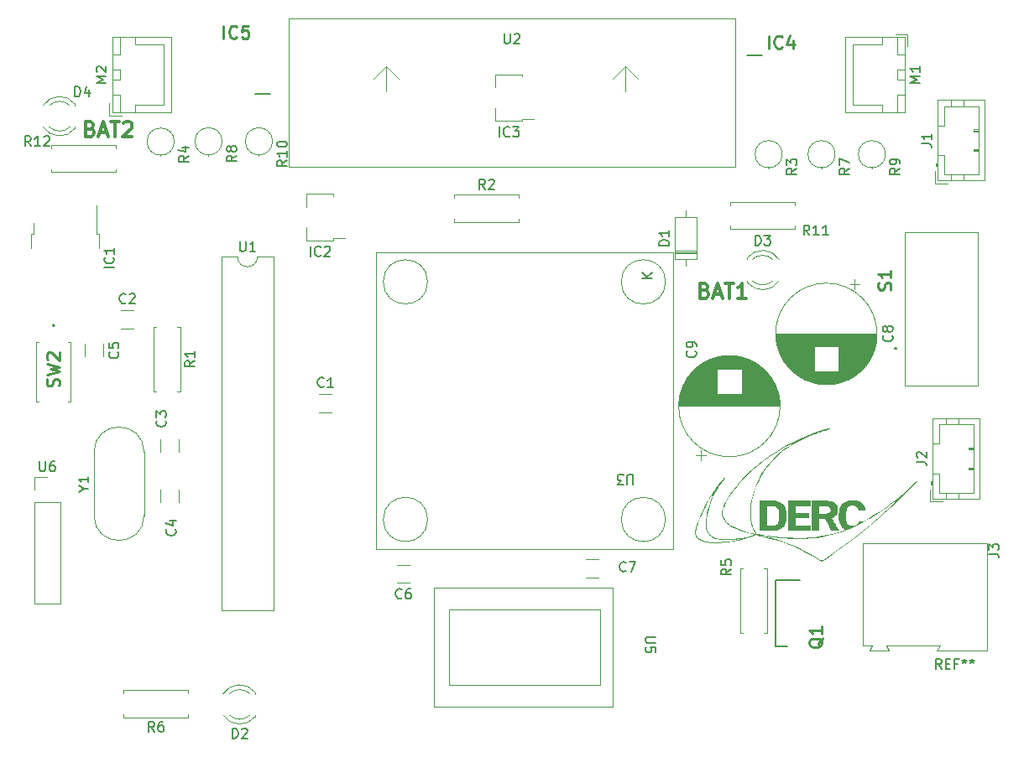
<source format=gto>
G04 #@! TF.GenerationSoftware,KiCad,Pcbnew,(6.0.4)*
G04 #@! TF.CreationDate,2022-04-24T17:27:05+09:00*
G04 #@! TF.ProjectId,DERC_CanSat_2022,44455243-5f43-4616-9e53-61745f323032,rev?*
G04 #@! TF.SameCoordinates,Original*
G04 #@! TF.FileFunction,Legend,Top*
G04 #@! TF.FilePolarity,Positive*
%FSLAX46Y46*%
G04 Gerber Fmt 4.6, Leading zero omitted, Abs format (unit mm)*
G04 Created by KiCad (PCBNEW (6.0.4)) date 2022-04-24 17:27:05*
%MOMM*%
%LPD*%
G01*
G04 APERTURE LIST*
%ADD10C,0.300000*%
%ADD11C,0.150000*%
%ADD12C,0.254000*%
%ADD13C,0.120000*%
%ADD14C,0.200000*%
%ADD15C,0.100000*%
G04 APERTURE END LIST*
D10*
X119793771Y-63037257D02*
X120008057Y-63108685D01*
X120079485Y-63180114D01*
X120150914Y-63322971D01*
X120150914Y-63537257D01*
X120079485Y-63680114D01*
X120008057Y-63751542D01*
X119865200Y-63822971D01*
X119293771Y-63822971D01*
X119293771Y-62322971D01*
X119793771Y-62322971D01*
X119936628Y-62394400D01*
X120008057Y-62465828D01*
X120079485Y-62608685D01*
X120079485Y-62751542D01*
X120008057Y-62894400D01*
X119936628Y-62965828D01*
X119793771Y-63037257D01*
X119293771Y-63037257D01*
X120722342Y-63394400D02*
X121436628Y-63394400D01*
X120579485Y-63822971D02*
X121079485Y-62322971D01*
X121579485Y-63822971D01*
X121865200Y-62322971D02*
X122722342Y-62322971D01*
X122293771Y-63822971D02*
X122293771Y-62322971D01*
X124008057Y-63822971D02*
X123150914Y-63822971D01*
X123579485Y-63822971D02*
X123579485Y-62322971D01*
X123436628Y-62537257D01*
X123293771Y-62680114D01*
X123150914Y-62751542D01*
X57817771Y-46705057D02*
X58032057Y-46776485D01*
X58103485Y-46847914D01*
X58174914Y-46990771D01*
X58174914Y-47205057D01*
X58103485Y-47347914D01*
X58032057Y-47419342D01*
X57889200Y-47490771D01*
X57317771Y-47490771D01*
X57317771Y-45990771D01*
X57817771Y-45990771D01*
X57960628Y-46062200D01*
X58032057Y-46133628D01*
X58103485Y-46276485D01*
X58103485Y-46419342D01*
X58032057Y-46562200D01*
X57960628Y-46633628D01*
X57817771Y-46705057D01*
X57317771Y-46705057D01*
X58746342Y-47062200D02*
X59460628Y-47062200D01*
X58603485Y-47490771D02*
X59103485Y-45990771D01*
X59603485Y-47490771D01*
X59889200Y-45990771D02*
X60746342Y-45990771D01*
X60317771Y-47490771D02*
X60317771Y-45990771D01*
X61174914Y-46133628D02*
X61246342Y-46062200D01*
X61389200Y-45990771D01*
X61746342Y-45990771D01*
X61889200Y-46062200D01*
X61960628Y-46133628D01*
X62032057Y-46276485D01*
X62032057Y-46419342D01*
X61960628Y-46633628D01*
X61103485Y-47490771D01*
X62032057Y-47490771D01*
D11*
G04 #@! TO.C,C4*
X66357142Y-87166666D02*
X66404761Y-87214285D01*
X66452380Y-87357142D01*
X66452380Y-87452380D01*
X66404761Y-87595238D01*
X66309523Y-87690476D01*
X66214285Y-87738095D01*
X66023809Y-87785714D01*
X65880952Y-87785714D01*
X65690476Y-87738095D01*
X65595238Y-87690476D01*
X65500000Y-87595238D01*
X65452380Y-87452380D01*
X65452380Y-87357142D01*
X65500000Y-87214285D01*
X65547619Y-87166666D01*
X65785714Y-86309523D02*
X66452380Y-86309523D01*
X65404761Y-86547619D02*
X66119047Y-86785714D01*
X66119047Y-86166666D01*
G04 #@! TO.C,R3*
X129060380Y-50712666D02*
X128584190Y-51046000D01*
X129060380Y-51284095D02*
X128060380Y-51284095D01*
X128060380Y-50903142D01*
X128108000Y-50807904D01*
X128155619Y-50760285D01*
X128250857Y-50712666D01*
X128393714Y-50712666D01*
X128488952Y-50760285D01*
X128536571Y-50807904D01*
X128584190Y-50903142D01*
X128584190Y-51284095D01*
X128060380Y-50379333D02*
X128060380Y-49760285D01*
X128441333Y-50093619D01*
X128441333Y-49950761D01*
X128488952Y-49855523D01*
X128536571Y-49807904D01*
X128631809Y-49760285D01*
X128869904Y-49760285D01*
X128965142Y-49807904D01*
X129012761Y-49855523D01*
X129060380Y-49950761D01*
X129060380Y-50236476D01*
X129012761Y-50331714D01*
X128965142Y-50379333D01*
G04 #@! TO.C,REF\u002A\u002A*
X143666666Y-101252380D02*
X143333333Y-100776190D01*
X143095238Y-101252380D02*
X143095238Y-100252380D01*
X143476190Y-100252380D01*
X143571428Y-100300000D01*
X143619047Y-100347619D01*
X143666666Y-100442857D01*
X143666666Y-100585714D01*
X143619047Y-100680952D01*
X143571428Y-100728571D01*
X143476190Y-100776190D01*
X143095238Y-100776190D01*
X144095238Y-100728571D02*
X144428571Y-100728571D01*
X144571428Y-101252380D02*
X144095238Y-101252380D01*
X144095238Y-100252380D01*
X144571428Y-100252380D01*
X145333333Y-100728571D02*
X145000000Y-100728571D01*
X145000000Y-101252380D02*
X145000000Y-100252380D01*
X145476190Y-100252380D01*
X146000000Y-100252380D02*
X146000000Y-100490476D01*
X145761904Y-100395238D02*
X146000000Y-100490476D01*
X146238095Y-100395238D01*
X145857142Y-100680952D02*
X146000000Y-100490476D01*
X146142857Y-100680952D01*
X146761904Y-100252380D02*
X146761904Y-100490476D01*
X146523809Y-100395238D02*
X146761904Y-100490476D01*
X147000000Y-100395238D01*
X146619047Y-100680952D02*
X146761904Y-100490476D01*
X146904761Y-100680952D01*
G04 #@! TO.C,IC1*
X60196380Y-60749190D02*
X59196380Y-60749190D01*
X60101142Y-59701571D02*
X60148761Y-59749190D01*
X60196380Y-59892047D01*
X60196380Y-59987285D01*
X60148761Y-60130142D01*
X60053523Y-60225380D01*
X59958285Y-60273000D01*
X59767809Y-60320619D01*
X59624952Y-60320619D01*
X59434476Y-60273000D01*
X59339238Y-60225380D01*
X59244000Y-60130142D01*
X59196380Y-59987285D01*
X59196380Y-59892047D01*
X59244000Y-59749190D01*
X59291619Y-59701571D01*
X60196380Y-58749190D02*
X60196380Y-59320619D01*
X60196380Y-59034904D02*
X59196380Y-59034904D01*
X59339238Y-59130142D01*
X59434476Y-59225380D01*
X59482095Y-59320619D01*
G04 #@! TO.C,IC2*
X80003809Y-59578380D02*
X80003809Y-58578380D01*
X81051428Y-59483142D02*
X81003809Y-59530761D01*
X80860952Y-59578380D01*
X80765714Y-59578380D01*
X80622857Y-59530761D01*
X80527619Y-59435523D01*
X80480000Y-59340285D01*
X80432380Y-59149809D01*
X80432380Y-59006952D01*
X80480000Y-58816476D01*
X80527619Y-58721238D01*
X80622857Y-58626000D01*
X80765714Y-58578380D01*
X80860952Y-58578380D01*
X81003809Y-58626000D01*
X81051428Y-58673619D01*
X81432380Y-58673619D02*
X81480000Y-58626000D01*
X81575238Y-58578380D01*
X81813333Y-58578380D01*
X81908571Y-58626000D01*
X81956190Y-58673619D01*
X82003809Y-58768857D01*
X82003809Y-58864095D01*
X81956190Y-59006952D01*
X81384761Y-59578380D01*
X82003809Y-59578380D01*
G04 #@! TO.C,R5*
X122452380Y-91166666D02*
X121976190Y-91500000D01*
X122452380Y-91738095D02*
X121452380Y-91738095D01*
X121452380Y-91357142D01*
X121500000Y-91261904D01*
X121547619Y-91214285D01*
X121642857Y-91166666D01*
X121785714Y-91166666D01*
X121880952Y-91214285D01*
X121928571Y-91261904D01*
X121976190Y-91357142D01*
X121976190Y-91738095D01*
X121452380Y-90261904D02*
X121452380Y-90738095D01*
X121928571Y-90785714D01*
X121880952Y-90738095D01*
X121833333Y-90642857D01*
X121833333Y-90404761D01*
X121880952Y-90309523D01*
X121928571Y-90261904D01*
X122023809Y-90214285D01*
X122261904Y-90214285D01*
X122357142Y-90261904D01*
X122404761Y-90309523D01*
X122452380Y-90404761D01*
X122452380Y-90642857D01*
X122404761Y-90738095D01*
X122357142Y-90785714D01*
G04 #@! TO.C,M2*
X59402380Y-42059523D02*
X58402380Y-42059523D01*
X59116666Y-41726190D01*
X58402380Y-41392857D01*
X59402380Y-41392857D01*
X58497619Y-40964285D02*
X58450000Y-40916666D01*
X58402380Y-40821428D01*
X58402380Y-40583333D01*
X58450000Y-40488095D01*
X58497619Y-40440476D01*
X58592857Y-40392857D01*
X58688095Y-40392857D01*
X58830952Y-40440476D01*
X59402380Y-41011904D01*
X59402380Y-40392857D01*
G04 #@! TO.C,*
G04 #@! TO.C,U3*
X112561904Y-82615619D02*
X112561904Y-81806095D01*
X112514285Y-81710857D01*
X112466666Y-81663238D01*
X112371428Y-81615619D01*
X112180952Y-81615619D01*
X112085714Y-81663238D01*
X112038095Y-81710857D01*
X111990476Y-81806095D01*
X111990476Y-82615619D01*
X111609523Y-82615619D02*
X110990476Y-82615619D01*
X111323809Y-82234666D01*
X111180952Y-82234666D01*
X111085714Y-82187047D01*
X111038095Y-82139428D01*
X110990476Y-82044190D01*
X110990476Y-81806095D01*
X111038095Y-81710857D01*
X111085714Y-81663238D01*
X111180952Y-81615619D01*
X111466666Y-81615619D01*
X111561904Y-81663238D01*
X111609523Y-81710857D01*
G04 #@! TO.C,C9*
X118843742Y-69166666D02*
X118891361Y-69214285D01*
X118938980Y-69357142D01*
X118938980Y-69452380D01*
X118891361Y-69595238D01*
X118796123Y-69690476D01*
X118700885Y-69738095D01*
X118510409Y-69785714D01*
X118367552Y-69785714D01*
X118177076Y-69738095D01*
X118081838Y-69690476D01*
X117986600Y-69595238D01*
X117938980Y-69452380D01*
X117938980Y-69357142D01*
X117986600Y-69214285D01*
X118034219Y-69166666D01*
X118938980Y-68690476D02*
X118938980Y-68500000D01*
X118891361Y-68404761D01*
X118843742Y-68357142D01*
X118700885Y-68261904D01*
X118510409Y-68214285D01*
X118129457Y-68214285D01*
X118034219Y-68261904D01*
X117986600Y-68309523D01*
X117938980Y-68404761D01*
X117938980Y-68595238D01*
X117986600Y-68690476D01*
X118034219Y-68738095D01*
X118129457Y-68785714D01*
X118367552Y-68785714D01*
X118462790Y-68738095D01*
X118510409Y-68690476D01*
X118558028Y-68595238D01*
X118558028Y-68404761D01*
X118510409Y-68309523D01*
X118462790Y-68261904D01*
X118367552Y-68214285D01*
G04 #@! TO.C,C3*
X65357142Y-76166666D02*
X65404761Y-76214285D01*
X65452380Y-76357142D01*
X65452380Y-76452380D01*
X65404761Y-76595238D01*
X65309523Y-76690476D01*
X65214285Y-76738095D01*
X65023809Y-76785714D01*
X64880952Y-76785714D01*
X64690476Y-76738095D01*
X64595238Y-76690476D01*
X64500000Y-76595238D01*
X64452380Y-76452380D01*
X64452380Y-76357142D01*
X64500000Y-76214285D01*
X64547619Y-76166666D01*
X64452380Y-75833333D02*
X64452380Y-75214285D01*
X64833333Y-75547619D01*
X64833333Y-75404761D01*
X64880952Y-75309523D01*
X64928571Y-75261904D01*
X65023809Y-75214285D01*
X65261904Y-75214285D01*
X65357142Y-75261904D01*
X65404761Y-75309523D01*
X65452380Y-75404761D01*
X65452380Y-75690476D01*
X65404761Y-75785714D01*
X65357142Y-75833333D01*
D12*
G04 #@! TO.C,S1*
X138514047Y-62967619D02*
X138574523Y-62786190D01*
X138574523Y-62483809D01*
X138514047Y-62362857D01*
X138453571Y-62302380D01*
X138332619Y-62241904D01*
X138211666Y-62241904D01*
X138090714Y-62302380D01*
X138030238Y-62362857D01*
X137969761Y-62483809D01*
X137909285Y-62725714D01*
X137848809Y-62846666D01*
X137788333Y-62907142D01*
X137667380Y-62967619D01*
X137546428Y-62967619D01*
X137425476Y-62907142D01*
X137365000Y-62846666D01*
X137304523Y-62725714D01*
X137304523Y-62423333D01*
X137365000Y-62241904D01*
X138574523Y-61032380D02*
X138574523Y-61758095D01*
X138574523Y-61395238D02*
X137304523Y-61395238D01*
X137485952Y-61516190D01*
X137606904Y-61637142D01*
X137667380Y-61758095D01*
G04 #@! TO.C,Q1*
X131695476Y-98120952D02*
X131635000Y-98241904D01*
X131514047Y-98362857D01*
X131332619Y-98544285D01*
X131272142Y-98665238D01*
X131272142Y-98786190D01*
X131574523Y-98725714D02*
X131514047Y-98846666D01*
X131393095Y-98967619D01*
X131151190Y-99028095D01*
X130727857Y-99028095D01*
X130485952Y-98967619D01*
X130365000Y-98846666D01*
X130304523Y-98725714D01*
X130304523Y-98483809D01*
X130365000Y-98362857D01*
X130485952Y-98241904D01*
X130727857Y-98181428D01*
X131151190Y-98181428D01*
X131393095Y-98241904D01*
X131514047Y-98362857D01*
X131574523Y-98483809D01*
X131574523Y-98725714D01*
X131574523Y-96971904D02*
X131574523Y-97697619D01*
X131574523Y-97334761D02*
X130304523Y-97334761D01*
X130485952Y-97455714D01*
X130606904Y-97576666D01*
X130667380Y-97697619D01*
D11*
G04 #@! TO.C,J3*
X148442380Y-89648333D02*
X149156666Y-89648333D01*
X149299523Y-89695952D01*
X149394761Y-89791190D01*
X149442380Y-89934047D01*
X149442380Y-90029285D01*
X148442380Y-89267380D02*
X148442380Y-88648333D01*
X148823333Y-88981666D01*
X148823333Y-88838809D01*
X148870952Y-88743571D01*
X148918571Y-88695952D01*
X149013809Y-88648333D01*
X149251904Y-88648333D01*
X149347142Y-88695952D01*
X149394761Y-88743571D01*
X149442380Y-88838809D01*
X149442380Y-89124523D01*
X149394761Y-89219761D01*
X149347142Y-89267380D01*
G04 #@! TO.C,R2*
X97623333Y-52819380D02*
X97290000Y-52343190D01*
X97051904Y-52819380D02*
X97051904Y-51819380D01*
X97432857Y-51819380D01*
X97528095Y-51867000D01*
X97575714Y-51914619D01*
X97623333Y-52009857D01*
X97623333Y-52152714D01*
X97575714Y-52247952D01*
X97528095Y-52295571D01*
X97432857Y-52343190D01*
X97051904Y-52343190D01*
X98004285Y-51914619D02*
X98051904Y-51867000D01*
X98147142Y-51819380D01*
X98385238Y-51819380D01*
X98480476Y-51867000D01*
X98528095Y-51914619D01*
X98575714Y-52009857D01*
X98575714Y-52105095D01*
X98528095Y-52247952D01*
X97956666Y-52819380D01*
X98575714Y-52819380D01*
G04 #@! TO.C,R6*
X64273133Y-107597380D02*
X63939800Y-107121190D01*
X63701704Y-107597380D02*
X63701704Y-106597380D01*
X64082657Y-106597380D01*
X64177895Y-106645000D01*
X64225514Y-106692619D01*
X64273133Y-106787857D01*
X64273133Y-106930714D01*
X64225514Y-107025952D01*
X64177895Y-107073571D01*
X64082657Y-107121190D01*
X63701704Y-107121190D01*
X65130276Y-106597380D02*
X64939800Y-106597380D01*
X64844561Y-106645000D01*
X64796942Y-106692619D01*
X64701704Y-106835476D01*
X64654085Y-107025952D01*
X64654085Y-107406904D01*
X64701704Y-107502142D01*
X64749323Y-107549761D01*
X64844561Y-107597380D01*
X65035038Y-107597380D01*
X65130276Y-107549761D01*
X65177895Y-107502142D01*
X65225514Y-107406904D01*
X65225514Y-107168809D01*
X65177895Y-107073571D01*
X65130276Y-107025952D01*
X65035038Y-106978333D01*
X64844561Y-106978333D01*
X64749323Y-107025952D01*
X64701704Y-107073571D01*
X64654085Y-107168809D01*
G04 #@! TO.C,D1*
X116188380Y-58497695D02*
X115188380Y-58497695D01*
X115188380Y-58259600D01*
X115236000Y-58116742D01*
X115331238Y-58021504D01*
X115426476Y-57973885D01*
X115616952Y-57926266D01*
X115759809Y-57926266D01*
X115950285Y-57973885D01*
X116045523Y-58021504D01*
X116140761Y-58116742D01*
X116188380Y-58259600D01*
X116188380Y-58497695D01*
X116188380Y-56973885D02*
X116188380Y-57545314D01*
X116188380Y-57259600D02*
X115188380Y-57259600D01*
X115331238Y-57354838D01*
X115426476Y-57450076D01*
X115474095Y-57545314D01*
X114452380Y-61831504D02*
X113452380Y-61831504D01*
X114452380Y-61260076D02*
X113880952Y-61688647D01*
X113452380Y-61260076D02*
X114023809Y-61831504D01*
G04 #@! TO.C,C2*
X61377533Y-64270942D02*
X61329914Y-64318561D01*
X61187057Y-64366180D01*
X61091819Y-64366180D01*
X60948961Y-64318561D01*
X60853723Y-64223323D01*
X60806104Y-64128085D01*
X60758485Y-63937609D01*
X60758485Y-63794752D01*
X60806104Y-63604276D01*
X60853723Y-63509038D01*
X60948961Y-63413800D01*
X61091819Y-63366180D01*
X61187057Y-63366180D01*
X61329914Y-63413800D01*
X61377533Y-63461419D01*
X61758485Y-63461419D02*
X61806104Y-63413800D01*
X61901342Y-63366180D01*
X62139438Y-63366180D01*
X62234676Y-63413800D01*
X62282295Y-63461419D01*
X62329914Y-63556657D01*
X62329914Y-63651895D01*
X62282295Y-63794752D01*
X61710866Y-64366180D01*
X62329914Y-64366180D01*
G04 #@! TO.C,D3*
X124885304Y-58477780D02*
X124885304Y-57477780D01*
X125123400Y-57477780D01*
X125266257Y-57525400D01*
X125361495Y-57620638D01*
X125409114Y-57715876D01*
X125456733Y-57906352D01*
X125456733Y-58049209D01*
X125409114Y-58239685D01*
X125361495Y-58334923D01*
X125266257Y-58430161D01*
X125123400Y-58477780D01*
X124885304Y-58477780D01*
X125790066Y-57477780D02*
X126409114Y-57477780D01*
X126075780Y-57858733D01*
X126218638Y-57858733D01*
X126313876Y-57906352D01*
X126361495Y-57953971D01*
X126409114Y-58049209D01*
X126409114Y-58287304D01*
X126361495Y-58382542D01*
X126313876Y-58430161D01*
X126218638Y-58477780D01*
X125932923Y-58477780D01*
X125837685Y-58430161D01*
X125790066Y-58382542D01*
G04 #@! TO.C,U1*
X72908095Y-58092380D02*
X72908095Y-58901904D01*
X72955714Y-58997142D01*
X73003333Y-59044761D01*
X73098571Y-59092380D01*
X73289047Y-59092380D01*
X73384285Y-59044761D01*
X73431904Y-58997142D01*
X73479523Y-58901904D01*
X73479523Y-58092380D01*
X74479523Y-59092380D02*
X73908095Y-59092380D01*
X74193809Y-59092380D02*
X74193809Y-58092380D01*
X74098571Y-58235238D01*
X74003333Y-58330476D01*
X73908095Y-58378095D01*
G04 #@! TO.C,Y1*
X57157190Y-83036190D02*
X57633380Y-83036190D01*
X56633380Y-83369523D02*
X57157190Y-83036190D01*
X56633380Y-82702857D01*
X57633380Y-81845714D02*
X57633380Y-82417142D01*
X57633380Y-82131428D02*
X56633380Y-82131428D01*
X56776238Y-82226666D01*
X56871476Y-82321904D01*
X56919095Y-82417142D01*
G04 #@! TO.C,U2*
X99568095Y-37107380D02*
X99568095Y-37916904D01*
X99615714Y-38012142D01*
X99663333Y-38059761D01*
X99758571Y-38107380D01*
X99949047Y-38107380D01*
X100044285Y-38059761D01*
X100091904Y-38012142D01*
X100139523Y-37916904D01*
X100139523Y-37107380D01*
X100568095Y-37202619D02*
X100615714Y-37155000D01*
X100710952Y-37107380D01*
X100949047Y-37107380D01*
X101044285Y-37155000D01*
X101091904Y-37202619D01*
X101139523Y-37297857D01*
X101139523Y-37393095D01*
X101091904Y-37535952D01*
X100520476Y-38107380D01*
X101139523Y-38107380D01*
G04 #@! TO.C,M1*
X141502380Y-42059523D02*
X140502380Y-42059523D01*
X141216666Y-41726190D01*
X140502380Y-41392857D01*
X141502380Y-41392857D01*
X141502380Y-40392857D02*
X141502380Y-40964285D01*
X141502380Y-40678571D02*
X140502380Y-40678571D01*
X140645238Y-40773809D01*
X140740476Y-40869047D01*
X140788095Y-40964285D01*
G04 #@! TO.C,*
G04 #@! TO.C,R8*
X72559880Y-49413666D02*
X72083690Y-49747000D01*
X72559880Y-49985095D02*
X71559880Y-49985095D01*
X71559880Y-49604142D01*
X71607500Y-49508904D01*
X71655119Y-49461285D01*
X71750357Y-49413666D01*
X71893214Y-49413666D01*
X71988452Y-49461285D01*
X72036071Y-49508904D01*
X72083690Y-49604142D01*
X72083690Y-49985095D01*
X71988452Y-48842238D02*
X71940833Y-48937476D01*
X71893214Y-48985095D01*
X71797976Y-49032714D01*
X71750357Y-49032714D01*
X71655119Y-48985095D01*
X71607500Y-48937476D01*
X71559880Y-48842238D01*
X71559880Y-48651761D01*
X71607500Y-48556523D01*
X71655119Y-48508904D01*
X71750357Y-48461285D01*
X71797976Y-48461285D01*
X71893214Y-48508904D01*
X71940833Y-48556523D01*
X71988452Y-48651761D01*
X71988452Y-48842238D01*
X72036071Y-48937476D01*
X72083690Y-48985095D01*
X72178928Y-49032714D01*
X72369404Y-49032714D01*
X72464642Y-48985095D01*
X72512261Y-48937476D01*
X72559880Y-48842238D01*
X72559880Y-48651761D01*
X72512261Y-48556523D01*
X72464642Y-48508904D01*
X72369404Y-48461285D01*
X72178928Y-48461285D01*
X72083690Y-48508904D01*
X72036071Y-48556523D01*
X71988452Y-48651761D01*
G04 #@! TO.C,U5*
X114823619Y-98044095D02*
X114014095Y-98044095D01*
X113918857Y-98091714D01*
X113871238Y-98139333D01*
X113823619Y-98234571D01*
X113823619Y-98425047D01*
X113871238Y-98520285D01*
X113918857Y-98567904D01*
X114014095Y-98615523D01*
X114823619Y-98615523D01*
X114823619Y-99567904D02*
X114823619Y-99091714D01*
X114347428Y-99044095D01*
X114395047Y-99091714D01*
X114442666Y-99186952D01*
X114442666Y-99425047D01*
X114395047Y-99520285D01*
X114347428Y-99567904D01*
X114252190Y-99615523D01*
X114014095Y-99615523D01*
X113918857Y-99567904D01*
X113871238Y-99520285D01*
X113823619Y-99425047D01*
X113823619Y-99186952D01*
X113871238Y-99091714D01*
X113918857Y-99044095D01*
G04 #@! TO.C,C6*
X89235933Y-94075742D02*
X89188314Y-94123361D01*
X89045457Y-94170980D01*
X88950219Y-94170980D01*
X88807361Y-94123361D01*
X88712123Y-94028123D01*
X88664504Y-93932885D01*
X88616885Y-93742409D01*
X88616885Y-93599552D01*
X88664504Y-93409076D01*
X88712123Y-93313838D01*
X88807361Y-93218600D01*
X88950219Y-93170980D01*
X89045457Y-93170980D01*
X89188314Y-93218600D01*
X89235933Y-93266219D01*
X90093076Y-93170980D02*
X89902600Y-93170980D01*
X89807361Y-93218600D01*
X89759742Y-93266219D01*
X89664504Y-93409076D01*
X89616885Y-93599552D01*
X89616885Y-93980504D01*
X89664504Y-94075742D01*
X89712123Y-94123361D01*
X89807361Y-94170980D01*
X89997838Y-94170980D01*
X90093076Y-94123361D01*
X90140695Y-94075742D01*
X90188314Y-93980504D01*
X90188314Y-93742409D01*
X90140695Y-93647171D01*
X90093076Y-93599552D01*
X89997838Y-93551933D01*
X89807361Y-93551933D01*
X89712123Y-93599552D01*
X89664504Y-93647171D01*
X89616885Y-93742409D01*
D12*
G04 #@! TO.C,SW2*
X54616047Y-72686833D02*
X54676523Y-72505404D01*
X54676523Y-72203023D01*
X54616047Y-72082071D01*
X54555571Y-72021595D01*
X54434619Y-71961119D01*
X54313666Y-71961119D01*
X54192714Y-72021595D01*
X54132238Y-72082071D01*
X54071761Y-72203023D01*
X54011285Y-72444928D01*
X53950809Y-72565880D01*
X53890333Y-72626357D01*
X53769380Y-72686833D01*
X53648428Y-72686833D01*
X53527476Y-72626357D01*
X53467000Y-72565880D01*
X53406523Y-72444928D01*
X53406523Y-72142547D01*
X53467000Y-71961119D01*
X53406523Y-71537785D02*
X54676523Y-71235404D01*
X53769380Y-70993500D01*
X54676523Y-70751595D01*
X53406523Y-70449214D01*
X53527476Y-70025880D02*
X53467000Y-69965404D01*
X53406523Y-69844452D01*
X53406523Y-69542071D01*
X53467000Y-69421119D01*
X53527476Y-69360642D01*
X53648428Y-69300166D01*
X53769380Y-69300166D01*
X53950809Y-69360642D01*
X54676523Y-70086357D01*
X54676523Y-69300166D01*
G04 #@! TO.C,IC5*
X71260238Y-37574523D02*
X71260238Y-36304523D01*
X72590714Y-37453571D02*
X72530238Y-37514047D01*
X72348809Y-37574523D01*
X72227857Y-37574523D01*
X72046428Y-37514047D01*
X71925476Y-37393095D01*
X71865000Y-37272142D01*
X71804523Y-37030238D01*
X71804523Y-36848809D01*
X71865000Y-36606904D01*
X71925476Y-36485952D01*
X72046428Y-36365000D01*
X72227857Y-36304523D01*
X72348809Y-36304523D01*
X72530238Y-36365000D01*
X72590714Y-36425476D01*
X73739761Y-36304523D02*
X73135000Y-36304523D01*
X73074523Y-36909285D01*
X73135000Y-36848809D01*
X73255952Y-36788333D01*
X73558333Y-36788333D01*
X73679285Y-36848809D01*
X73739761Y-36909285D01*
X73800238Y-37030238D01*
X73800238Y-37332619D01*
X73739761Y-37453571D01*
X73679285Y-37514047D01*
X73558333Y-37574523D01*
X73255952Y-37574523D01*
X73135000Y-37514047D01*
X73074523Y-37453571D01*
D11*
G04 #@! TO.C,C7*
X111833333Y-91357142D02*
X111785714Y-91404761D01*
X111642857Y-91452380D01*
X111547619Y-91452380D01*
X111404761Y-91404761D01*
X111309523Y-91309523D01*
X111261904Y-91214285D01*
X111214285Y-91023809D01*
X111214285Y-90880952D01*
X111261904Y-90690476D01*
X111309523Y-90595238D01*
X111404761Y-90500000D01*
X111547619Y-90452380D01*
X111642857Y-90452380D01*
X111785714Y-90500000D01*
X111833333Y-90547619D01*
X112166666Y-90452380D02*
X112833333Y-90452380D01*
X112404761Y-91452380D01*
G04 #@! TO.C,R4*
X67733880Y-49442666D02*
X67257690Y-49776000D01*
X67733880Y-50014095D02*
X66733880Y-50014095D01*
X66733880Y-49633142D01*
X66781500Y-49537904D01*
X66829119Y-49490285D01*
X66924357Y-49442666D01*
X67067214Y-49442666D01*
X67162452Y-49490285D01*
X67210071Y-49537904D01*
X67257690Y-49633142D01*
X67257690Y-50014095D01*
X67067214Y-48585523D02*
X67733880Y-48585523D01*
X66686261Y-48823619D02*
X67400547Y-49061714D01*
X67400547Y-48442666D01*
G04 #@! TO.C,U6*
X52705095Y-80312380D02*
X52705095Y-81121904D01*
X52752714Y-81217142D01*
X52800333Y-81264761D01*
X52895571Y-81312380D01*
X53086047Y-81312380D01*
X53181285Y-81264761D01*
X53228904Y-81217142D01*
X53276523Y-81121904D01*
X53276523Y-80312380D01*
X54181285Y-80312380D02*
X53990809Y-80312380D01*
X53895571Y-80360000D01*
X53847952Y-80407619D01*
X53752714Y-80550476D01*
X53705095Y-80740952D01*
X53705095Y-81121904D01*
X53752714Y-81217142D01*
X53800333Y-81264761D01*
X53895571Y-81312380D01*
X54086047Y-81312380D01*
X54181285Y-81264761D01*
X54228904Y-81217142D01*
X54276523Y-81121904D01*
X54276523Y-80883809D01*
X54228904Y-80788571D01*
X54181285Y-80740952D01*
X54086047Y-80693333D01*
X53895571Y-80693333D01*
X53800333Y-80740952D01*
X53752714Y-80788571D01*
X53705095Y-80883809D01*
G04 #@! TO.C,J2*
X141163380Y-80343333D02*
X141877666Y-80343333D01*
X142020523Y-80390952D01*
X142115761Y-80486190D01*
X142163380Y-80629047D01*
X142163380Y-80724285D01*
X141258619Y-79914761D02*
X141211000Y-79867142D01*
X141163380Y-79771904D01*
X141163380Y-79533809D01*
X141211000Y-79438571D01*
X141258619Y-79390952D01*
X141353857Y-79343333D01*
X141449095Y-79343333D01*
X141591952Y-79390952D01*
X142163380Y-79962380D01*
X142163380Y-79343333D01*
G04 #@! TO.C,J1*
X141671380Y-48212333D02*
X142385666Y-48212333D01*
X142528523Y-48259952D01*
X142623761Y-48355190D01*
X142671380Y-48498047D01*
X142671380Y-48593285D01*
X142671380Y-47212333D02*
X142671380Y-47783761D01*
X142671380Y-47498047D02*
X141671380Y-47498047D01*
X141814238Y-47593285D01*
X141909476Y-47688523D01*
X141957095Y-47783761D01*
G04 #@! TO.C,C1*
X81367333Y-72729142D02*
X81319714Y-72776761D01*
X81176857Y-72824380D01*
X81081619Y-72824380D01*
X80938761Y-72776761D01*
X80843523Y-72681523D01*
X80795904Y-72586285D01*
X80748285Y-72395809D01*
X80748285Y-72252952D01*
X80795904Y-72062476D01*
X80843523Y-71967238D01*
X80938761Y-71872000D01*
X81081619Y-71824380D01*
X81176857Y-71824380D01*
X81319714Y-71872000D01*
X81367333Y-71919619D01*
X82319714Y-72824380D02*
X81748285Y-72824380D01*
X82034000Y-72824380D02*
X82034000Y-71824380D01*
X81938761Y-71967238D01*
X81843523Y-72062476D01*
X81748285Y-72110095D01*
G04 #@! TO.C,R7*
X134394380Y-50712666D02*
X133918190Y-51046000D01*
X134394380Y-51284095D02*
X133394380Y-51284095D01*
X133394380Y-50903142D01*
X133442000Y-50807904D01*
X133489619Y-50760285D01*
X133584857Y-50712666D01*
X133727714Y-50712666D01*
X133822952Y-50760285D01*
X133870571Y-50807904D01*
X133918190Y-50903142D01*
X133918190Y-51284095D01*
X133394380Y-50379333D02*
X133394380Y-49712666D01*
X134394380Y-50141238D01*
G04 #@! TO.C,D4*
X56261904Y-43452380D02*
X56261904Y-42452380D01*
X56500000Y-42452380D01*
X56642857Y-42500000D01*
X56738095Y-42595238D01*
X56785714Y-42690476D01*
X56833333Y-42880952D01*
X56833333Y-43023809D01*
X56785714Y-43214285D01*
X56738095Y-43309523D01*
X56642857Y-43404761D01*
X56500000Y-43452380D01*
X56261904Y-43452380D01*
X57690476Y-42785714D02*
X57690476Y-43452380D01*
X57452380Y-42404761D02*
X57214285Y-43119047D01*
X57833333Y-43119047D01*
G04 #@! TO.C,R10*
X77639880Y-49889857D02*
X77163690Y-50223190D01*
X77639880Y-50461285D02*
X76639880Y-50461285D01*
X76639880Y-50080333D01*
X76687500Y-49985095D01*
X76735119Y-49937476D01*
X76830357Y-49889857D01*
X76973214Y-49889857D01*
X77068452Y-49937476D01*
X77116071Y-49985095D01*
X77163690Y-50080333D01*
X77163690Y-50461285D01*
X77639880Y-48937476D02*
X77639880Y-49508904D01*
X77639880Y-49223190D02*
X76639880Y-49223190D01*
X76782738Y-49318428D01*
X76877976Y-49413666D01*
X76925595Y-49508904D01*
X76639880Y-48318428D02*
X76639880Y-48223190D01*
X76687500Y-48127952D01*
X76735119Y-48080333D01*
X76830357Y-48032714D01*
X77020833Y-47985095D01*
X77258928Y-47985095D01*
X77449404Y-48032714D01*
X77544642Y-48080333D01*
X77592261Y-48127952D01*
X77639880Y-48223190D01*
X77639880Y-48318428D01*
X77592261Y-48413666D01*
X77544642Y-48461285D01*
X77449404Y-48508904D01*
X77258928Y-48556523D01*
X77020833Y-48556523D01*
X76830357Y-48508904D01*
X76735119Y-48461285D01*
X76687500Y-48413666D01*
X76639880Y-48318428D01*
G04 #@! TO.C,R11*
X130357142Y-57452380D02*
X130023809Y-56976190D01*
X129785714Y-57452380D02*
X129785714Y-56452380D01*
X130166666Y-56452380D01*
X130261904Y-56500000D01*
X130309523Y-56547619D01*
X130357142Y-56642857D01*
X130357142Y-56785714D01*
X130309523Y-56880952D01*
X130261904Y-56928571D01*
X130166666Y-56976190D01*
X129785714Y-56976190D01*
X131309523Y-57452380D02*
X130738095Y-57452380D01*
X131023809Y-57452380D02*
X131023809Y-56452380D01*
X130928571Y-56595238D01*
X130833333Y-56690476D01*
X130738095Y-56738095D01*
X132261904Y-57452380D02*
X131690476Y-57452380D01*
X131976190Y-57452380D02*
X131976190Y-56452380D01*
X131880952Y-56595238D01*
X131785714Y-56690476D01*
X131690476Y-56738095D01*
G04 #@! TO.C,R1*
X68354380Y-70143666D02*
X67878190Y-70477000D01*
X68354380Y-70715095D02*
X67354380Y-70715095D01*
X67354380Y-70334142D01*
X67402000Y-70238904D01*
X67449619Y-70191285D01*
X67544857Y-70143666D01*
X67687714Y-70143666D01*
X67782952Y-70191285D01*
X67830571Y-70238904D01*
X67878190Y-70334142D01*
X67878190Y-70715095D01*
X68354380Y-69191285D02*
X68354380Y-69762714D01*
X68354380Y-69477000D02*
X67354380Y-69477000D01*
X67497238Y-69572238D01*
X67592476Y-69667476D01*
X67640095Y-69762714D01*
D12*
G04 #@! TO.C,IC4*
X126260238Y-38574523D02*
X126260238Y-37304523D01*
X127590714Y-38453571D02*
X127530238Y-38514047D01*
X127348809Y-38574523D01*
X127227857Y-38574523D01*
X127046428Y-38514047D01*
X126925476Y-38393095D01*
X126865000Y-38272142D01*
X126804523Y-38030238D01*
X126804523Y-37848809D01*
X126865000Y-37606904D01*
X126925476Y-37485952D01*
X127046428Y-37365000D01*
X127227857Y-37304523D01*
X127348809Y-37304523D01*
X127530238Y-37365000D01*
X127590714Y-37425476D01*
X128679285Y-37727857D02*
X128679285Y-38574523D01*
X128376904Y-37244047D02*
X128074523Y-38151190D01*
X128860714Y-38151190D01*
D11*
G04 #@! TO.C,C8*
X138661742Y-67583589D02*
X138709361Y-67631208D01*
X138756980Y-67774065D01*
X138756980Y-67869303D01*
X138709361Y-68012161D01*
X138614123Y-68107399D01*
X138518885Y-68155018D01*
X138328409Y-68202637D01*
X138185552Y-68202637D01*
X137995076Y-68155018D01*
X137899838Y-68107399D01*
X137804600Y-68012161D01*
X137756980Y-67869303D01*
X137756980Y-67774065D01*
X137804600Y-67631208D01*
X137852219Y-67583589D01*
X138185552Y-67012161D02*
X138137933Y-67107399D01*
X138090314Y-67155018D01*
X137995076Y-67202637D01*
X137947457Y-67202637D01*
X137852219Y-67155018D01*
X137804600Y-67107399D01*
X137756980Y-67012161D01*
X137756980Y-66821684D01*
X137804600Y-66726446D01*
X137852219Y-66678827D01*
X137947457Y-66631208D01*
X137995076Y-66631208D01*
X138090314Y-66678827D01*
X138137933Y-66726446D01*
X138185552Y-66821684D01*
X138185552Y-67012161D01*
X138233171Y-67107399D01*
X138280790Y-67155018D01*
X138376028Y-67202637D01*
X138566504Y-67202637D01*
X138661742Y-67155018D01*
X138709361Y-67107399D01*
X138756980Y-67012161D01*
X138756980Y-66821684D01*
X138709361Y-66726446D01*
X138661742Y-66678827D01*
X138566504Y-66631208D01*
X138376028Y-66631208D01*
X138280790Y-66678827D01*
X138233171Y-66726446D01*
X138185552Y-66821684D01*
G04 #@! TO.C,R12*
X51808142Y-48452380D02*
X51474809Y-47976190D01*
X51236714Y-48452380D02*
X51236714Y-47452380D01*
X51617666Y-47452380D01*
X51712904Y-47500000D01*
X51760523Y-47547619D01*
X51808142Y-47642857D01*
X51808142Y-47785714D01*
X51760523Y-47880952D01*
X51712904Y-47928571D01*
X51617666Y-47976190D01*
X51236714Y-47976190D01*
X52760523Y-48452380D02*
X52189095Y-48452380D01*
X52474809Y-48452380D02*
X52474809Y-47452380D01*
X52379571Y-47595238D01*
X52284333Y-47690476D01*
X52189095Y-47738095D01*
X53141476Y-47547619D02*
X53189095Y-47500000D01*
X53284333Y-47452380D01*
X53522428Y-47452380D01*
X53617666Y-47500000D01*
X53665285Y-47547619D01*
X53712904Y-47642857D01*
X53712904Y-47738095D01*
X53665285Y-47880952D01*
X53093857Y-48452380D01*
X53712904Y-48452380D01*
G04 #@! TO.C,IC3*
X99053809Y-47513380D02*
X99053809Y-46513380D01*
X100101428Y-47418142D02*
X100053809Y-47465761D01*
X99910952Y-47513380D01*
X99815714Y-47513380D01*
X99672857Y-47465761D01*
X99577619Y-47370523D01*
X99530000Y-47275285D01*
X99482380Y-47084809D01*
X99482380Y-46941952D01*
X99530000Y-46751476D01*
X99577619Y-46656238D01*
X99672857Y-46561000D01*
X99815714Y-46513380D01*
X99910952Y-46513380D01*
X100053809Y-46561000D01*
X100101428Y-46608619D01*
X100434761Y-46513380D02*
X101053809Y-46513380D01*
X100720476Y-46894333D01*
X100863333Y-46894333D01*
X100958571Y-46941952D01*
X101006190Y-46989571D01*
X101053809Y-47084809D01*
X101053809Y-47322904D01*
X101006190Y-47418142D01*
X100958571Y-47465761D01*
X100863333Y-47513380D01*
X100577619Y-47513380D01*
X100482380Y-47465761D01*
X100434761Y-47418142D01*
G04 #@! TO.C,D2*
X72139504Y-108263580D02*
X72139504Y-107263580D01*
X72377600Y-107263580D01*
X72520457Y-107311200D01*
X72615695Y-107406438D01*
X72663314Y-107501676D01*
X72710933Y-107692152D01*
X72710933Y-107835009D01*
X72663314Y-108025485D01*
X72615695Y-108120723D01*
X72520457Y-108215961D01*
X72377600Y-108263580D01*
X72139504Y-108263580D01*
X73091885Y-107358819D02*
X73139504Y-107311200D01*
X73234742Y-107263580D01*
X73472838Y-107263580D01*
X73568076Y-107311200D01*
X73615695Y-107358819D01*
X73663314Y-107454057D01*
X73663314Y-107549295D01*
X73615695Y-107692152D01*
X73044266Y-108263580D01*
X73663314Y-108263580D01*
G04 #@! TO.C,R9*
X139474380Y-50712666D02*
X138998190Y-51046000D01*
X139474380Y-51284095D02*
X138474380Y-51284095D01*
X138474380Y-50903142D01*
X138522000Y-50807904D01*
X138569619Y-50760285D01*
X138664857Y-50712666D01*
X138807714Y-50712666D01*
X138902952Y-50760285D01*
X138950571Y-50807904D01*
X138998190Y-50903142D01*
X138998190Y-51284095D01*
X139474380Y-50236476D02*
X139474380Y-50046000D01*
X139426761Y-49950761D01*
X139379142Y-49903142D01*
X139236285Y-49807904D01*
X139045809Y-49760285D01*
X138664857Y-49760285D01*
X138569619Y-49807904D01*
X138522000Y-49855523D01*
X138474380Y-49950761D01*
X138474380Y-50141238D01*
X138522000Y-50236476D01*
X138569619Y-50284095D01*
X138664857Y-50331714D01*
X138902952Y-50331714D01*
X138998190Y-50284095D01*
X139045809Y-50236476D01*
X139093428Y-50141238D01*
X139093428Y-49950761D01*
X139045809Y-49855523D01*
X138998190Y-49807904D01*
X138902952Y-49760285D01*
G04 #@! TO.C,C5*
X60573142Y-69254666D02*
X60620761Y-69302285D01*
X60668380Y-69445142D01*
X60668380Y-69540380D01*
X60620761Y-69683238D01*
X60525523Y-69778476D01*
X60430285Y-69826095D01*
X60239809Y-69873714D01*
X60096952Y-69873714D01*
X59906476Y-69826095D01*
X59811238Y-69778476D01*
X59716000Y-69683238D01*
X59668380Y-69540380D01*
X59668380Y-69445142D01*
X59716000Y-69302285D01*
X59763619Y-69254666D01*
X59668380Y-68349904D02*
X59668380Y-68826095D01*
X60144571Y-68873714D01*
X60096952Y-68826095D01*
X60049333Y-68730857D01*
X60049333Y-68492761D01*
X60096952Y-68397523D01*
X60144571Y-68349904D01*
X60239809Y-68302285D01*
X60477904Y-68302285D01*
X60573142Y-68349904D01*
X60620761Y-68397523D01*
X60668380Y-68492761D01*
X60668380Y-68730857D01*
X60620761Y-68826095D01*
X60573142Y-68873714D01*
D13*
G04 #@! TO.C,C4*
X64866000Y-84429000D02*
X64866000Y-83171000D01*
X66706000Y-84429000D02*
X66706000Y-83171000D01*
G04 #@! TO.C,R3*
X126238000Y-50646000D02*
X126238000Y-50716000D01*
X127608000Y-49276000D02*
G75*
G03*
X127608000Y-49276000I-1370000J0D01*
G01*
G04 #@! TO.C,IC1*
X58424000Y-57303000D02*
X58424000Y-54473000D01*
X51794000Y-58803000D02*
X51794000Y-57303000D01*
X58694000Y-58803000D02*
X58694000Y-57303000D01*
X52064000Y-57303000D02*
X52064000Y-56203000D01*
X58694000Y-57303000D02*
X58424000Y-57303000D01*
X51794000Y-57303000D02*
X52064000Y-57303000D01*
G04 #@! TO.C,IC2*
X82340000Y-57986000D02*
X82340000Y-57756000D01*
X79620000Y-57986000D02*
X79620000Y-56676000D01*
X79620000Y-53266000D02*
X82340000Y-53266000D01*
X82340000Y-53266000D02*
X82340000Y-53496000D01*
X83480000Y-57756000D02*
X82340000Y-57756000D01*
X82340000Y-57986000D02*
X79620000Y-57986000D01*
X79620000Y-54576000D02*
X79620000Y-53266000D01*
G04 #@! TO.C,R5*
X123344000Y-91091000D02*
X123344000Y-97631000D01*
X126084000Y-97631000D02*
X125754000Y-97631000D01*
X123674000Y-91091000D02*
X123344000Y-91091000D01*
X126084000Y-91091000D02*
X126084000Y-97631000D01*
X123344000Y-97631000D02*
X123674000Y-97631000D01*
X125754000Y-91091000D02*
X126084000Y-91091000D01*
G04 #@! TO.C,M2*
X60800000Y-41750000D02*
X60800000Y-40750000D01*
X60050000Y-37450000D02*
X60050000Y-39250000D01*
X62300000Y-44300000D02*
X65250000Y-44300000D01*
X60050000Y-45050000D02*
X60800000Y-45050000D01*
X60050000Y-39250000D02*
X60800000Y-39250000D01*
X60050000Y-43250000D02*
X60050000Y-45050000D01*
X60800000Y-39250000D02*
X60800000Y-37450000D01*
X62300000Y-38200000D02*
X65250000Y-38200000D01*
X65250000Y-38200000D02*
X65250000Y-41250000D01*
X60800000Y-45050000D02*
X60800000Y-43250000D01*
X60800000Y-37450000D02*
X60050000Y-37450000D01*
X59750000Y-44100000D02*
X59750000Y-45350000D01*
X62300000Y-37450000D02*
X62300000Y-38200000D01*
X66010000Y-45060000D02*
X66010000Y-37440000D01*
X59750000Y-45350000D02*
X61000000Y-45350000D01*
X60040000Y-37440000D02*
X60040000Y-45060000D01*
X66010000Y-37440000D02*
X60040000Y-37440000D01*
X65250000Y-44300000D02*
X65250000Y-41250000D01*
X60050000Y-41750000D02*
X60800000Y-41750000D01*
X60800000Y-43250000D02*
X60050000Y-43250000D01*
X62300000Y-45050000D02*
X62300000Y-44300000D01*
X60800000Y-40750000D02*
X60050000Y-40750000D01*
X60040000Y-45060000D02*
X66010000Y-45060000D01*
X60050000Y-40750000D02*
X60050000Y-41750000D01*
G04 #@! TO.C,U3*
X86600000Y-89168000D02*
X116600000Y-89168000D01*
X116600000Y-89168000D02*
X116600000Y-89168000D01*
X116600000Y-89168000D02*
X86600000Y-89168000D01*
X86600000Y-89168000D02*
X86600000Y-89168000D01*
X86600000Y-59168000D02*
X86600000Y-59168000D01*
X86600000Y-59168000D02*
X86600000Y-89168000D01*
X86600000Y-89168000D02*
X86600000Y-89168000D01*
X86600000Y-89168000D02*
X86600000Y-59168000D01*
X116600000Y-89168000D02*
X116600000Y-89168000D01*
X116600000Y-89168000D02*
X116600000Y-59168000D01*
X116600000Y-59168000D02*
X116600000Y-59168000D01*
X116600000Y-59168000D02*
X116600000Y-89168000D01*
X116600000Y-59168000D02*
X86600000Y-59168000D01*
X86600000Y-59168000D02*
X86600000Y-59168000D01*
X86600000Y-59168000D02*
X116600000Y-59168000D01*
X116600000Y-59168000D02*
X116600000Y-59168000D01*
X115836068Y-86168000D02*
G75*
G03*
X115836068Y-86168000I-2236068J0D01*
G01*
X115836068Y-62168000D02*
G75*
G03*
X115836068Y-62168000I-2236068J0D01*
G01*
X91836068Y-86168000D02*
G75*
G03*
X91836068Y-86168000I-2236068J0D01*
G01*
X91836068Y-62168000D02*
G75*
G03*
X91836068Y-62168000I-2236068J0D01*
G01*
G04 #@! TO.C,C9*
X117858600Y-72200477D02*
X121034600Y-72200477D01*
X118137600Y-71760477D02*
X121034600Y-71760477D01*
X123516600Y-71960477D02*
X126548600Y-71960477D01*
X117257600Y-73920477D02*
X127293600Y-73920477D01*
X117245600Y-74000477D02*
X127305600Y-74000477D01*
X123516600Y-72760477D02*
X126965600Y-72760477D01*
X123516600Y-73240477D02*
X127137600Y-73240477D01*
X121213600Y-69720477D02*
X123337600Y-69720477D01*
X120533600Y-69920477D02*
X124017600Y-69920477D01*
X123516600Y-71240477D02*
X125991600Y-71240477D01*
X117225600Y-74161477D02*
X127325600Y-74161477D01*
X123516600Y-71520477D02*
X126232600Y-71520477D01*
X118318600Y-71520477D02*
X121034600Y-71520477D01*
X118900600Y-79701123D02*
X119900600Y-79701123D01*
X123516600Y-71120477D02*
X125876600Y-71120477D01*
X117213600Y-74281477D02*
X127337600Y-74281477D01*
X117507600Y-72960477D02*
X121034600Y-72960477D01*
X118286600Y-71560477D02*
X121034600Y-71560477D01*
X117200600Y-74481477D02*
X127350600Y-74481477D01*
X123516600Y-71000477D02*
X125753600Y-71000477D01*
X123516600Y-73160477D02*
X127112600Y-73160477D01*
X117301600Y-73680477D02*
X127249600Y-73680477D01*
X118797600Y-71000477D02*
X121034600Y-71000477D01*
X123516600Y-72280477D02*
X126737600Y-72280477D01*
X117195600Y-74721477D02*
X127355600Y-74721477D01*
X120331600Y-70000477D02*
X124219600Y-70000477D01*
X118596600Y-71200477D02*
X121034600Y-71200477D01*
X117240600Y-74041477D02*
X127310600Y-74041477D01*
X118674600Y-71120477D02*
X121034600Y-71120477D01*
X118486600Y-71320477D02*
X121034600Y-71320477D01*
X118002600Y-71960477D02*
X121034600Y-71960477D01*
X123516600Y-71760477D02*
X126413600Y-71760477D01*
X123516600Y-71840477D02*
X126469600Y-71840477D01*
X118417600Y-71400477D02*
X121034600Y-71400477D01*
X117347600Y-73480477D02*
X127203600Y-73480477D01*
X119330600Y-70560477D02*
X125220600Y-70560477D01*
X117691600Y-72520477D02*
X121034600Y-72520477D01*
X123516600Y-73120477D02*
X127099600Y-73120477D01*
X123516600Y-71560477D02*
X126264600Y-71560477D01*
X123516600Y-71200477D02*
X125954600Y-71200477D01*
X117328600Y-73560477D02*
X127222600Y-73560477D01*
X119119600Y-70720477D02*
X125431600Y-70720477D01*
X117221600Y-74201477D02*
X127329600Y-74201477D01*
X117654600Y-72600477D02*
X121034600Y-72600477D01*
X119069600Y-70760477D02*
X125481600Y-70760477D01*
X117438600Y-73160477D02*
X121034600Y-73160477D01*
X123516600Y-72400477D02*
X126800600Y-72400477D01*
X118081600Y-71840477D02*
X121034600Y-71840477D01*
X121413600Y-69680477D02*
X123137600Y-69680477D01*
X123516600Y-73360477D02*
X127172600Y-73360477D01*
X117771600Y-72360477D02*
X121034600Y-72360477D01*
X117880600Y-72160477D02*
X121034600Y-72160477D01*
X117271600Y-73840477D02*
X127279600Y-73840477D01*
X120238600Y-70040477D02*
X124312600Y-70040477D01*
X117425600Y-73200477D02*
X121034600Y-73200477D01*
X123516600Y-73280477D02*
X127149600Y-73280477D01*
X119566600Y-70400477D02*
X124984600Y-70400477D01*
X118714600Y-71080477D02*
X121034600Y-71080477D01*
X117310600Y-73640477D02*
X127240600Y-73640477D01*
X117492600Y-73000477D02*
X121034600Y-73000477D01*
X121045600Y-69760477D02*
X123505600Y-69760477D01*
X123516600Y-71640477D02*
X126325600Y-71640477D01*
X119221600Y-70640477D02*
X125329600Y-70640477D01*
X123516600Y-71880477D02*
X126496600Y-71880477D01*
X123516600Y-72560477D02*
X126878600Y-72560477D01*
X117413600Y-73240477D02*
X121034600Y-73240477D01*
X123516600Y-72440477D02*
X126820600Y-72440477D01*
X123516600Y-71480477D02*
X126200600Y-71480477D01*
X117195600Y-74641477D02*
X127355600Y-74641477D01*
X118165600Y-71720477D02*
X121034600Y-71720477D01*
X117251600Y-73960477D02*
X127299600Y-73960477D01*
X123516600Y-72320477D02*
X126758600Y-72320477D01*
X117202600Y-74441477D02*
X127348600Y-74441477D01*
X118928600Y-70880477D02*
X125622600Y-70880477D01*
X117464600Y-73080477D02*
X121034600Y-73080477D01*
X123516600Y-71320477D02*
X126064600Y-71320477D01*
X117672600Y-72560477D02*
X121034600Y-72560477D01*
X118028600Y-71920477D02*
X121034600Y-71920477D01*
X119275600Y-70600477D02*
X125275600Y-70600477D01*
X117337600Y-73520477D02*
X127213600Y-73520477D01*
X123516600Y-72240477D02*
X126715600Y-72240477D01*
X123516600Y-72720477D02*
X126949600Y-72720477D01*
X117977600Y-72000477D02*
X121034600Y-72000477D01*
X120645600Y-69880477D02*
X123905600Y-69880477D01*
X123516600Y-71800477D02*
X126441600Y-71800477D01*
X123516600Y-73040477D02*
X127072600Y-73040477D01*
X123516600Y-73080477D02*
X127086600Y-73080477D01*
X117196600Y-74601477D02*
X127354600Y-74601477D01*
X117319600Y-73600477D02*
X127231600Y-73600477D01*
X117952600Y-72040477D02*
X121034600Y-72040477D01*
X117293600Y-73720477D02*
X127257600Y-73720477D01*
X123516600Y-73440477D02*
X127193600Y-73440477D01*
X123516600Y-71280477D02*
X126028600Y-71280477D01*
X123516600Y-72200477D02*
X126692600Y-72200477D01*
X123516600Y-72840477D02*
X126998600Y-72840477D01*
X123516600Y-72920477D02*
X127029600Y-72920477D01*
X117478600Y-73040477D02*
X121034600Y-73040477D01*
X118974600Y-70840477D02*
X125576600Y-70840477D01*
X123516600Y-71160477D02*
X125915600Y-71160477D01*
X123516600Y-73400477D02*
X127182600Y-73400477D01*
X117601600Y-72720477D02*
X121034600Y-72720477D01*
X117451600Y-73120477D02*
X121034600Y-73120477D01*
X121676600Y-69640477D02*
X122874600Y-69640477D01*
X123516600Y-72080477D02*
X126622600Y-72080477D01*
X123516600Y-71360477D02*
X126099600Y-71360477D01*
X117198600Y-74521477D02*
X127352600Y-74521477D01*
X123516600Y-71680477D02*
X126355600Y-71680477D01*
X123516600Y-72880477D02*
X127013600Y-72880477D01*
X117618600Y-72680477D02*
X121034600Y-72680477D01*
X123516600Y-72000477D02*
X126573600Y-72000477D01*
X123516600Y-71080477D02*
X125836600Y-71080477D01*
X117285600Y-73760477D02*
X127265600Y-73760477D01*
X120066600Y-70120477D02*
X124484600Y-70120477D01*
X118350600Y-71480477D02*
X121034600Y-71480477D01*
X119505600Y-70440477D02*
X125045600Y-70440477D01*
X123516600Y-73200477D02*
X127125600Y-73200477D01*
X120765600Y-69840477D02*
X123785600Y-69840477D01*
X117210600Y-74321477D02*
X127340600Y-74321477D01*
X117835600Y-72240477D02*
X121034600Y-72240477D01*
X117195600Y-74681477D02*
X127355600Y-74681477D01*
X119910600Y-70200477D02*
X124640600Y-70200477D01*
X117378600Y-73360477D02*
X121034600Y-73360477D01*
X123516600Y-72120477D02*
X126646600Y-72120477D01*
X119386600Y-70520477D02*
X125164600Y-70520477D01*
X117904600Y-72120477D02*
X121034600Y-72120477D01*
X123516600Y-72520477D02*
X126859600Y-72520477D01*
X118635600Y-71160477D02*
X121034600Y-71160477D01*
X123516600Y-72640477D02*
X126914600Y-72640477D01*
X120150600Y-70080477D02*
X124400600Y-70080477D01*
X118225600Y-71640477D02*
X121034600Y-71640477D01*
X117750600Y-72400477D02*
X121034600Y-72400477D01*
X123516600Y-72040477D02*
X126598600Y-72040477D01*
X117792600Y-72320477D02*
X121034600Y-72320477D01*
X123516600Y-71440477D02*
X126167600Y-71440477D01*
X117205600Y-74401477D02*
X127345600Y-74401477D01*
X123516600Y-72160477D02*
X126670600Y-72160477D01*
X118883600Y-70920477D02*
X125667600Y-70920477D01*
X118451600Y-71360477D02*
X121034600Y-71360477D01*
X123516600Y-71600477D02*
X126295600Y-71600477D01*
X119986600Y-70160477D02*
X124564600Y-70160477D01*
X123516600Y-72360477D02*
X126779600Y-72360477D01*
X117207600Y-74361477D02*
X127343600Y-74361477D01*
X123516600Y-72800477D02*
X126982600Y-72800477D01*
X123516600Y-71400477D02*
X126133600Y-71400477D01*
X117217600Y-74241477D02*
X127333600Y-74241477D01*
X119836600Y-70240477D02*
X124714600Y-70240477D01*
X117813600Y-72280477D02*
X121034600Y-72280477D01*
X117390600Y-73320477D02*
X121034600Y-73320477D01*
X117585600Y-72760477D02*
X121034600Y-72760477D01*
X118839600Y-70960477D02*
X125711600Y-70960477D01*
X117730600Y-72440477D02*
X121034600Y-72440477D01*
X117230600Y-74121477D02*
X127320600Y-74121477D01*
X123516600Y-71040477D02*
X125795600Y-71040477D01*
X117235600Y-74081477D02*
X127315600Y-74081477D01*
X117928600Y-72080477D02*
X121034600Y-72080477D01*
X123516600Y-73320477D02*
X127160600Y-73320477D01*
X117197600Y-74561477D02*
X127353600Y-74561477D01*
X117401600Y-73280477D02*
X121034600Y-73280477D01*
X119630600Y-70360477D02*
X124920600Y-70360477D01*
X117278600Y-73800477D02*
X127272600Y-73800477D01*
X123516600Y-71720477D02*
X126385600Y-71720477D01*
X123516600Y-72960477D02*
X127043600Y-72960477D01*
X118054600Y-71880477D02*
X121034600Y-71880477D01*
X118559600Y-71240477D02*
X121034600Y-71240477D01*
X118195600Y-71680477D02*
X121034600Y-71680477D01*
X119021600Y-70800477D02*
X125529600Y-70800477D01*
X120897600Y-69800477D02*
X123653600Y-69800477D01*
X117521600Y-72920477D02*
X121034600Y-72920477D01*
X123516600Y-71920477D02*
X126522600Y-71920477D01*
X117568600Y-72800477D02*
X121034600Y-72800477D01*
X119400600Y-80201123D02*
X119400600Y-79201123D01*
X118255600Y-71600477D02*
X121034600Y-71600477D01*
X123516600Y-72480477D02*
X126839600Y-72480477D01*
X117264600Y-73880477D02*
X127286600Y-73880477D01*
X119696600Y-70320477D02*
X124854600Y-70320477D01*
X117368600Y-73400477D02*
X121034600Y-73400477D01*
X117711600Y-72480477D02*
X121034600Y-72480477D01*
X118109600Y-71800477D02*
X121034600Y-71800477D01*
X119169600Y-70680477D02*
X125381600Y-70680477D01*
X118383600Y-71440477D02*
X121034600Y-71440477D01*
X117537600Y-72880477D02*
X121034600Y-72880477D01*
X119765600Y-70280477D02*
X124785600Y-70280477D01*
X123516600Y-72600477D02*
X126896600Y-72600477D01*
X120429600Y-69960477D02*
X124121600Y-69960477D01*
X123516600Y-73000477D02*
X127058600Y-73000477D01*
X118755600Y-71040477D02*
X121034600Y-71040477D01*
X117552600Y-72840477D02*
X121034600Y-72840477D01*
X118522600Y-71280477D02*
X121034600Y-71280477D01*
X123516600Y-72680477D02*
X126932600Y-72680477D01*
X117357600Y-73440477D02*
X121034600Y-73440477D01*
X119445600Y-70480477D02*
X125105600Y-70480477D01*
X117636600Y-72640477D02*
X121034600Y-72640477D01*
X127395600Y-74721477D02*
G75*
G03*
X127395600Y-74721477I-5120000J0D01*
G01*
G04 #@! TO.C,C3*
X66706000Y-79349000D02*
X66706000Y-78091000D01*
X64866000Y-79349000D02*
X64866000Y-78091000D01*
D14*
G04 #@! TO.C,S1*
X138954000Y-68897000D02*
X138954000Y-68897000D01*
D15*
X140004000Y-72647000D02*
X140004000Y-57147000D01*
D14*
X139154000Y-68897000D02*
X139154000Y-68897000D01*
D15*
X147304000Y-57147000D02*
X147304000Y-72647000D01*
X140004000Y-57147000D02*
X147304000Y-57147000D01*
X147304000Y-72647000D02*
X140004000Y-72647000D01*
D14*
X138954000Y-68897000D02*
G75*
G03*
X139154000Y-68897000I100000J0D01*
G01*
X139154000Y-68897000D02*
G75*
G03*
X138954000Y-68897000I-100000J0D01*
G01*
G04 #@! TO.C,Q1*
X129348000Y-92266000D02*
X126938000Y-92266000D01*
X126938000Y-98996000D02*
X128078000Y-98996000D01*
X126938000Y-92266000D02*
X126938000Y-98996000D01*
D13*
G04 #@! TO.C,J3*
X135700000Y-88585000D02*
X135700000Y-98935000D01*
X136400000Y-99435000D02*
X138300000Y-99435000D01*
X138100000Y-98935000D02*
X143500000Y-98935000D01*
X148300000Y-99435000D02*
X148300000Y-88585000D01*
X135700000Y-98935000D02*
X136650000Y-98935000D01*
X138300000Y-99435000D02*
X138350000Y-99435000D01*
X136650000Y-98935000D02*
X136400000Y-99435000D01*
X148300000Y-88585000D02*
X135700000Y-88585000D01*
X138350000Y-99435000D02*
X138100000Y-98935000D01*
X143500000Y-98935000D02*
X143200000Y-99435000D01*
X143200000Y-99435000D02*
X148300000Y-99435000D01*
G04 #@! TO.C,R2*
X101060000Y-56107000D02*
X101060000Y-55777000D01*
X94520000Y-55777000D02*
X94520000Y-56107000D01*
X94520000Y-56107000D02*
X101060000Y-56107000D01*
X94520000Y-53367000D02*
X101060000Y-53367000D01*
X101060000Y-53367000D02*
X101060000Y-53697000D01*
X94520000Y-53697000D02*
X94520000Y-53367000D01*
G04 #@! TO.C,R6*
X61169800Y-103405000D02*
X61169800Y-103735000D01*
X61169800Y-106145000D02*
X61169800Y-105815000D01*
X67709800Y-105815000D02*
X67709800Y-106145000D01*
X67709800Y-103735000D02*
X67709800Y-103405000D01*
X67709800Y-103405000D02*
X61169800Y-103405000D01*
X67709800Y-106145000D02*
X61169800Y-106145000D01*
G04 #@! TO.C,D1*
X118976000Y-55639600D02*
X116736000Y-55639600D01*
X116736000Y-59039600D02*
X118976000Y-59039600D01*
X117856000Y-60529600D02*
X117856000Y-59879600D01*
X117856000Y-54989600D02*
X117856000Y-55639600D01*
X118976000Y-59879600D02*
X118976000Y-55639600D01*
X116736000Y-59159600D02*
X118976000Y-59159600D01*
X116736000Y-59279600D02*
X118976000Y-59279600D01*
X116736000Y-59879600D02*
X118976000Y-59879600D01*
X116736000Y-55639600D02*
X116736000Y-59879600D01*
G04 #@! TO.C,C2*
X60915200Y-66883800D02*
X62173200Y-66883800D01*
X60915200Y-65043800D02*
X62173200Y-65043800D01*
G04 #@! TO.C,D3*
X124063400Y-62065400D02*
X124063400Y-62221400D01*
X124063400Y-59749400D02*
X124063400Y-59905400D01*
X127295735Y-59906792D02*
G75*
G03*
X124063400Y-59749884I-1672335J-1078608D01*
G01*
X126664530Y-59905563D02*
G75*
G03*
X124582439Y-59905400I-1041130J-1079837D01*
G01*
X124582439Y-62065400D02*
G75*
G03*
X126664530Y-62065237I1040961J1080000D01*
G01*
X124063400Y-62220916D02*
G75*
G03*
X127295735Y-62064008I1560000J1235516D01*
G01*
G04 #@! TO.C,U1*
X71020000Y-95320000D02*
X76320000Y-95320000D01*
X76320000Y-59640000D02*
X74670000Y-59640000D01*
X72670000Y-59640000D02*
X71020000Y-59640000D01*
X76320000Y-95320000D02*
X76320000Y-59640000D01*
X71020000Y-59640000D02*
X71020000Y-95320000D01*
X72670000Y-59640000D02*
G75*
G03*
X74670000Y-59640000I1000000J0D01*
G01*
G04 #@! TO.C,Y1*
X58181000Y-85760000D02*
X58181000Y-79360000D01*
X63231000Y-85760000D02*
X63231000Y-79360000D01*
X58181000Y-85760000D02*
G75*
G03*
X63231000Y-85760000I2525000J0D01*
G01*
X63231000Y-79360000D02*
G75*
G03*
X58181000Y-79360000I-2525000J0D01*
G01*
G04 #@! TO.C,U2*
X87630000Y-42965000D02*
X87630000Y-40425000D01*
X86360000Y-41695000D02*
X87630000Y-40425000D01*
X110490000Y-41695000D02*
X111760000Y-40425000D01*
X111760000Y-42965000D02*
X111760000Y-40425000D01*
X111760000Y-40425000D02*
X113030000Y-41695000D01*
X111760000Y-40425000D02*
X111760000Y-42965000D01*
X111760000Y-40425000D02*
X110490000Y-41695000D01*
X122830000Y-35585000D02*
X77830000Y-35585000D01*
X77830000Y-50585000D02*
X122830000Y-50585000D01*
X87630000Y-40425000D02*
X88900000Y-41695000D01*
X87630000Y-40425000D02*
X86360000Y-41695000D01*
X77830000Y-35585000D02*
X77830000Y-50585000D01*
X122830000Y-50585000D02*
X122830000Y-35585000D01*
X87630000Y-40425000D02*
X87630000Y-42965000D01*
G04 #@! TO.C,M1*
X137700000Y-37450000D02*
X137700000Y-38200000D01*
X140250000Y-38400000D02*
X140250000Y-37150000D01*
X139950000Y-39250000D02*
X139950000Y-37450000D01*
X139950000Y-41750000D02*
X139950000Y-40750000D01*
X140250000Y-37150000D02*
X139000000Y-37150000D01*
X139950000Y-40750000D02*
X139200000Y-40750000D01*
X139200000Y-37450000D02*
X139200000Y-39250000D01*
X137700000Y-38200000D02*
X134750000Y-38200000D01*
X139200000Y-39250000D02*
X139950000Y-39250000D01*
X139960000Y-45060000D02*
X139960000Y-37440000D01*
X133990000Y-45060000D02*
X139960000Y-45060000D01*
X139200000Y-43250000D02*
X139200000Y-45050000D01*
X139200000Y-45050000D02*
X139950000Y-45050000D01*
X137700000Y-44300000D02*
X134750000Y-44300000D01*
X139950000Y-37450000D02*
X139200000Y-37450000D01*
X139950000Y-43250000D02*
X139200000Y-43250000D01*
X137700000Y-45050000D02*
X137700000Y-44300000D01*
X139950000Y-45050000D02*
X139950000Y-43250000D01*
X139960000Y-37440000D02*
X133990000Y-37440000D01*
X139200000Y-40750000D02*
X139200000Y-41750000D01*
X133990000Y-37440000D02*
X133990000Y-45060000D01*
X134750000Y-44300000D02*
X134750000Y-41250000D01*
X139200000Y-41750000D02*
X139950000Y-41750000D01*
X134750000Y-38200000D02*
X134750000Y-41250000D01*
G04 #@! TO.C,R8*
X69737500Y-49347000D02*
X69737500Y-49417000D01*
X71107500Y-47977000D02*
G75*
G03*
X71107500Y-47977000I-1370000J0D01*
G01*
G04 #@! TO.C,U5*
X93980000Y-102870000D02*
X93980000Y-95250000D01*
X109220000Y-95250000D02*
X109220000Y-102870000D01*
X93980000Y-95250000D02*
X109220000Y-95250000D01*
X109220000Y-102870000D02*
X93980000Y-102870000D01*
X92490000Y-93060000D02*
X110490000Y-93060000D01*
X110490000Y-93060000D02*
X110490000Y-105060000D01*
X110490000Y-105060000D02*
X92490000Y-105060000D01*
X92490000Y-105060000D02*
X92490000Y-93060000D01*
G04 #@! TO.C,C6*
X90031600Y-90748600D02*
X88773600Y-90748600D01*
X90031600Y-92588600D02*
X88773600Y-92588600D01*
D14*
G04 #@! TO.C,SW2*
X54002000Y-66580500D02*
X54002000Y-66580500D01*
X54202000Y-66580500D02*
X54202000Y-66580500D01*
D15*
X52352000Y-68280500D02*
X52352000Y-74280500D01*
X52602000Y-68280500D02*
X52352000Y-68280500D01*
X55852000Y-74280500D02*
X55602000Y-74280500D01*
X52352000Y-74280500D02*
X52602000Y-74280500D01*
X55852000Y-68280500D02*
X55852000Y-74280500D01*
X55602000Y-68280500D02*
X55852000Y-68280500D01*
D14*
X54002000Y-66580500D02*
G75*
G03*
X54202000Y-66580500I100000J0D01*
G01*
X54202000Y-66580500D02*
G75*
G03*
X54002000Y-66580500I-100000J0D01*
G01*
G04 #@! TO.C,IC5*
X75975000Y-43220000D02*
X74450000Y-43220000D01*
D13*
G04 #@! TO.C,C7*
X107829000Y-92029800D02*
X109087000Y-92029800D01*
X107829000Y-90189800D02*
X109087000Y-90189800D01*
G04 #@! TO.C,R4*
X64911500Y-49376000D02*
X64911500Y-49446000D01*
X66281500Y-48006000D02*
G75*
G03*
X66281500Y-48006000I-1370000J0D01*
G01*
G04 #@! TO.C,U6*
X54797000Y-84460000D02*
X54797000Y-94680000D01*
X52137000Y-94680000D02*
X54797000Y-94680000D01*
X52137000Y-81860000D02*
X53467000Y-81860000D01*
X52137000Y-84460000D02*
X52137000Y-94680000D01*
X52137000Y-83190000D02*
X52137000Y-81860000D01*
X52137000Y-84460000D02*
X54797000Y-84460000D01*
G04 #@! TO.C,J2*
X146411000Y-81110000D02*
X146411000Y-80910000D01*
X142801000Y-84070000D02*
X147521000Y-84070000D01*
X142801000Y-82310000D02*
X142601000Y-82310000D01*
X145411000Y-84070000D02*
X145411000Y-83460000D01*
X146411000Y-78910000D02*
X146911000Y-78910000D01*
X146911000Y-81010000D02*
X146411000Y-81010000D01*
X143411000Y-81510000D02*
X143411000Y-83460000D01*
X142501000Y-84370000D02*
X143751000Y-84370000D01*
X146911000Y-76560000D02*
X143411000Y-76560000D01*
X147521000Y-75950000D02*
X142801000Y-75950000D01*
X142801000Y-75950000D02*
X142801000Y-84070000D01*
X146911000Y-81110000D02*
X146411000Y-81110000D01*
X144111000Y-75950000D02*
X144111000Y-76560000D01*
X142601000Y-82610000D02*
X142801000Y-82610000D01*
X146411000Y-80910000D02*
X146911000Y-80910000D01*
X143411000Y-78510000D02*
X142801000Y-78510000D01*
X146911000Y-79010000D02*
X146411000Y-79010000D01*
X142801000Y-81510000D02*
X143411000Y-81510000D01*
X146411000Y-79110000D02*
X146411000Y-78910000D01*
X142601000Y-82310000D02*
X142601000Y-82610000D01*
X146911000Y-83460000D02*
X146911000Y-76560000D01*
X145411000Y-75950000D02*
X145411000Y-76560000D01*
X143411000Y-76560000D02*
X143411000Y-78510000D01*
X147521000Y-84070000D02*
X147521000Y-75950000D01*
X143411000Y-83460000D02*
X146911000Y-83460000D01*
X144111000Y-84070000D02*
X144111000Y-83460000D01*
X146911000Y-79110000D02*
X146411000Y-79110000D01*
X142501000Y-83120000D02*
X142501000Y-84370000D01*
X142701000Y-82310000D02*
X142701000Y-82610000D01*
G04 #@! TO.C,J1*
X143919000Y-46379000D02*
X143309000Y-46379000D01*
X143009000Y-50989000D02*
X143009000Y-52239000D01*
X147419000Y-48879000D02*
X146919000Y-48879000D01*
X143009000Y-52239000D02*
X144259000Y-52239000D01*
X145919000Y-43819000D02*
X145919000Y-44429000D01*
X147419000Y-46879000D02*
X146919000Y-46879000D01*
X147419000Y-51329000D02*
X147419000Y-44429000D01*
X146919000Y-46779000D02*
X147419000Y-46779000D01*
X143919000Y-49379000D02*
X143919000Y-51329000D01*
X146919000Y-48979000D02*
X146919000Y-48779000D01*
X143309000Y-43819000D02*
X143309000Y-51939000D01*
X143109000Y-50479000D02*
X143309000Y-50479000D01*
X143919000Y-51329000D02*
X147419000Y-51329000D01*
X146919000Y-46979000D02*
X146919000Y-46779000D01*
X146919000Y-48779000D02*
X147419000Y-48779000D01*
X147419000Y-44429000D02*
X143919000Y-44429000D01*
X148029000Y-51939000D02*
X148029000Y-43819000D01*
X148029000Y-43819000D02*
X143309000Y-43819000D01*
X143209000Y-50179000D02*
X143209000Y-50479000D01*
X147419000Y-46979000D02*
X146919000Y-46979000D01*
X143309000Y-50179000D02*
X143109000Y-50179000D01*
X144619000Y-43819000D02*
X144619000Y-44429000D01*
X144619000Y-51939000D02*
X144619000Y-51329000D01*
X145919000Y-51939000D02*
X145919000Y-51329000D01*
X143109000Y-50179000D02*
X143109000Y-50479000D01*
X143919000Y-44429000D02*
X143919000Y-46379000D01*
X143309000Y-51939000D02*
X148029000Y-51939000D01*
X143309000Y-49379000D02*
X143919000Y-49379000D01*
X147419000Y-48979000D02*
X146919000Y-48979000D01*
G04 #@! TO.C,C1*
X80905000Y-73502000D02*
X82163000Y-73502000D01*
X80905000Y-75342000D02*
X82163000Y-75342000D01*
G04 #@! TO.C,R7*
X131572000Y-50646000D02*
X131572000Y-50716000D01*
X132942000Y-49276000D02*
G75*
G03*
X132942000Y-49276000I-1370000J0D01*
G01*
G04 #@! TO.C,D4*
X56276600Y-44360600D02*
X56276600Y-44204600D01*
X56276600Y-46676600D02*
X56276600Y-46520600D01*
X53675470Y-46520437D02*
G75*
G03*
X55757561Y-46520600I1041130J1079837D01*
G01*
X56276600Y-44205084D02*
G75*
G03*
X53044265Y-44361992I-1560000J-1235516D01*
G01*
X53044265Y-46519208D02*
G75*
G03*
X56276600Y-46676116I1672335J1078608D01*
G01*
X55757561Y-44360600D02*
G75*
G03*
X53675470Y-44360763I-1040961J-1080000D01*
G01*
G04 #@! TO.C,R10*
X74817500Y-49347000D02*
X74817500Y-49417000D01*
X76187500Y-47977000D02*
G75*
G03*
X76187500Y-47977000I-1370000J0D01*
G01*
G04 #@! TO.C,R11*
X128873000Y-54103600D02*
X122333000Y-54103600D01*
X128873000Y-54433600D02*
X128873000Y-54103600D01*
X122333000Y-54103600D02*
X122333000Y-54433600D01*
X128873000Y-56513600D02*
X128873000Y-56843600D01*
X128873000Y-56843600D02*
X122333000Y-56843600D01*
X122333000Y-56843600D02*
X122333000Y-56513600D01*
G04 #@! TO.C,R1*
X66902000Y-66707000D02*
X66902000Y-73247000D01*
X66572000Y-66707000D02*
X66902000Y-66707000D01*
X64162000Y-66707000D02*
X64162000Y-73247000D01*
X64162000Y-73247000D02*
X64492000Y-73247000D01*
X64492000Y-66707000D02*
X64162000Y-66707000D01*
X66902000Y-73247000D02*
X66572000Y-73247000D01*
D14*
G04 #@! TO.C,IC4*
X124025000Y-39330000D02*
X125550000Y-39330000D01*
D13*
G04 #@! TO.C,C8*
X136401600Y-70057923D02*
X133295600Y-70057923D01*
X136537600Y-69817923D02*
X133295600Y-69817923D01*
X137044600Y-68377923D02*
X127064600Y-68377923D01*
X135308600Y-71337923D02*
X128800600Y-71337923D01*
X136878600Y-69017923D02*
X133295600Y-69017923D01*
X136728600Y-69417923D02*
X133295600Y-69417923D01*
X137065600Y-68257923D02*
X127043600Y-68257923D01*
X136579600Y-69737923D02*
X133295600Y-69737923D01*
X130813600Y-70417923D02*
X127944600Y-70417923D01*
X133284600Y-72377923D02*
X130824600Y-72377923D01*
X136928600Y-68857923D02*
X133295600Y-68857923D01*
X134419600Y-71937923D02*
X129689600Y-71937923D01*
X130813600Y-69537923D02*
X127433600Y-69537923D01*
X136657600Y-69577923D02*
X133295600Y-69577923D01*
X136011600Y-70617923D02*
X133295600Y-70617923D01*
X130813600Y-69097923D02*
X127257600Y-69097923D01*
X130813600Y-69697923D02*
X127509600Y-69697923D01*
X133998600Y-72137923D02*
X130110600Y-72137923D01*
X135160600Y-71457923D02*
X128948600Y-71457923D01*
X136851600Y-69097923D02*
X133295600Y-69097923D01*
X134929600Y-61937277D02*
X134929600Y-62937277D01*
X136301600Y-70217923D02*
X133295600Y-70217923D01*
X133900600Y-72177923D02*
X130208600Y-72177923D01*
X137134600Y-67496923D02*
X126974600Y-67496923D01*
X136618600Y-69657923D02*
X133295600Y-69657923D01*
X130813600Y-69297923D02*
X127331600Y-69297923D01*
X137001600Y-68577923D02*
X127107600Y-68577923D01*
X133564600Y-72297923D02*
X130544600Y-72297923D01*
X130813600Y-68977923D02*
X127217600Y-68977923D01*
X135054600Y-71537923D02*
X129054600Y-71537923D01*
X133684600Y-72257923D02*
X130424600Y-72257923D01*
X130813600Y-70177923D02*
X127781600Y-70177923D01*
X135655600Y-71017923D02*
X133295600Y-71017923D01*
X135807600Y-70857923D02*
X133295600Y-70857923D01*
X130813600Y-69177923D02*
X127286600Y-69177923D01*
X135770600Y-70897923D02*
X133295600Y-70897923D01*
X134564600Y-71857923D02*
X129544600Y-71857923D01*
X130813600Y-69377923D02*
X127364600Y-69377923D01*
X136638600Y-69617923D02*
X133295600Y-69617923D01*
X136744600Y-69377923D02*
X133295600Y-69377923D01*
X136916600Y-68897923D02*
X133295600Y-68897923D01*
X133432600Y-72337923D02*
X130676600Y-72337923D01*
X134179600Y-72057923D02*
X129929600Y-72057923D01*
X136865600Y-69057923D02*
X133295600Y-69057923D01*
X135260600Y-71377923D02*
X128848600Y-71377923D01*
X134633600Y-71817923D02*
X129475600Y-71817923D01*
X137019600Y-68497923D02*
X127089600Y-68497923D01*
X130813600Y-68897923D02*
X127192600Y-68897923D01*
X134343600Y-71977923D02*
X129765600Y-71977923D01*
X130813600Y-71137923D02*
X128576600Y-71137923D01*
X134884600Y-71657923D02*
X129224600Y-71657923D01*
X137133600Y-67536923D02*
X126975600Y-67536923D01*
X136761600Y-69337923D02*
X133295600Y-69337923D01*
X130813600Y-70497923D02*
X128004600Y-70497923D01*
X136808600Y-69217923D02*
X133295600Y-69217923D01*
X132653600Y-72497923D02*
X131455600Y-72497923D01*
X137134600Y-67416923D02*
X126974600Y-67416923D01*
X130813600Y-70617923D02*
X128097600Y-70617923D01*
X135446600Y-71217923D02*
X128662600Y-71217923D01*
X130813600Y-69977923D02*
X127659600Y-69977923D01*
X135210600Y-71417923D02*
X128898600Y-71417923D01*
X135979600Y-70657923D02*
X133295600Y-70657923D01*
X136104600Y-70497923D02*
X133295600Y-70497923D01*
X135733600Y-70937923D02*
X133295600Y-70937923D01*
X130813600Y-69777923D02*
X127550600Y-69777923D01*
X136164600Y-70417923D02*
X133295600Y-70417923D01*
X130813600Y-69217923D02*
X127300600Y-69217923D01*
X135946600Y-70697923D02*
X133295600Y-70697923D01*
X130813600Y-70337923D02*
X127888600Y-70337923D01*
X130813600Y-69617923D02*
X127470600Y-69617923D01*
X136494600Y-69897923D02*
X133295600Y-69897923D01*
X136192600Y-70377923D02*
X133295600Y-70377923D01*
X130813600Y-71017923D02*
X128453600Y-71017923D01*
X130813600Y-68817923D02*
X127169600Y-68817923D01*
X135843600Y-70817923D02*
X133295600Y-70817923D01*
X134943600Y-71617923D02*
X129165600Y-71617923D01*
X136951600Y-68777923D02*
X133295600Y-68777923D01*
X136220600Y-70337923D02*
X133295600Y-70337923D01*
X130813600Y-69137923D02*
X127271600Y-69137923D01*
X135574600Y-71097923D02*
X133295600Y-71097923D01*
X136449600Y-69977923D02*
X133295600Y-69977923D01*
X130813600Y-70537923D02*
X128034600Y-70537923D01*
X136352600Y-70137923D02*
X133295600Y-70137923D01*
X130813600Y-69817923D02*
X127571600Y-69817923D01*
X130813600Y-68777923D02*
X127157600Y-68777923D01*
X137072600Y-68217923D02*
X127036600Y-68217923D01*
X130813600Y-70937923D02*
X128375600Y-70937923D01*
X137104600Y-67976923D02*
X127004600Y-67976923D01*
X130813600Y-68737923D02*
X127147600Y-68737923D01*
X130813600Y-69457923D02*
X127397600Y-69457923D01*
X134493600Y-71897923D02*
X129615600Y-71897923D01*
X130813600Y-68937923D02*
X127204600Y-68937923D01*
X130813600Y-69897923D02*
X127614600Y-69897923D01*
X130813600Y-69937923D02*
X127637600Y-69937923D01*
X130813600Y-70297923D02*
X127860600Y-70297923D01*
X137084600Y-68137923D02*
X127024600Y-68137923D01*
X130813600Y-70977923D02*
X128414600Y-70977923D01*
X137058600Y-68297923D02*
X127050600Y-68297923D01*
X136777600Y-69297923D02*
X133295600Y-69297923D01*
X135878600Y-70777923D02*
X133295600Y-70777923D01*
X130813600Y-70377923D02*
X127916600Y-70377923D01*
X136248600Y-70297923D02*
X133295600Y-70297923D01*
X130813600Y-68857923D02*
X127180600Y-68857923D01*
X137134600Y-67456923D02*
X126974600Y-67456923D01*
X136327600Y-70177923D02*
X133295600Y-70177923D01*
X130813600Y-70737923D02*
X128196600Y-70737923D01*
X136134600Y-70457923D02*
X133295600Y-70457923D01*
X136516600Y-69857923D02*
X133295600Y-69857923D01*
X135615600Y-71057923D02*
X133295600Y-71057923D01*
X136939600Y-68817923D02*
X133295600Y-68817923D01*
X130813600Y-70097923D02*
X127731600Y-70097923D01*
X134999600Y-71577923D02*
X129109600Y-71577923D01*
X130813600Y-69857923D02*
X127592600Y-69857923D01*
X137108600Y-67936923D02*
X127000600Y-67936923D01*
X137112600Y-67896923D02*
X126996600Y-67896923D01*
X136982600Y-68657923D02*
X127126600Y-68657923D01*
X135694600Y-70977923D02*
X133295600Y-70977923D01*
X130813600Y-71057923D02*
X128493600Y-71057923D01*
X130813600Y-69337923D02*
X127347600Y-69337923D01*
X135912600Y-70737923D02*
X133295600Y-70737923D01*
X130813600Y-70777923D02*
X128230600Y-70777923D01*
X137099600Y-68016923D02*
X127009600Y-68016923D01*
X136693600Y-69497923D02*
X133295600Y-69497923D01*
X137028600Y-68457923D02*
X127080600Y-68457923D01*
X135355600Y-71297923D02*
X128753600Y-71297923D01*
X130813600Y-70817923D02*
X128265600Y-70817923D01*
X137129600Y-67656923D02*
X126979600Y-67656923D01*
X130813600Y-70697923D02*
X128162600Y-70697923D01*
X136558600Y-69777923D02*
X133295600Y-69777923D01*
X135490600Y-71177923D02*
X128618600Y-71177923D01*
X130813600Y-70217923D02*
X127807600Y-70217923D01*
X137132600Y-67576923D02*
X126976600Y-67576923D01*
X130813600Y-69497923D02*
X127415600Y-69497923D01*
X137078600Y-68177923D02*
X127030600Y-68177923D01*
X136837600Y-69137923D02*
X133295600Y-69137923D01*
X136792600Y-69257923D02*
X133295600Y-69257923D01*
X136599600Y-69697923D02*
X133295600Y-69697923D01*
X136992600Y-68617923D02*
X127116600Y-68617923D01*
X137036600Y-68417923D02*
X127072600Y-68417923D01*
X137051600Y-68337923D02*
X127057600Y-68337923D01*
X137127600Y-67696923D02*
X126981600Y-67696923D01*
X130813600Y-70457923D02*
X127974600Y-70457923D01*
X130813600Y-70057923D02*
X127707600Y-70057923D01*
X134824600Y-71697923D02*
X129284600Y-71697923D01*
X136961600Y-68737923D02*
X133295600Y-68737923D01*
X136425600Y-70017923D02*
X133295600Y-70017923D01*
X135108600Y-71497923D02*
X129000600Y-71497923D01*
X134763600Y-71737923D02*
X129345600Y-71737923D01*
X136711600Y-69457923D02*
X133295600Y-69457923D01*
X134263600Y-72017923D02*
X129845600Y-72017923D01*
X134699600Y-71777923D02*
X129409600Y-71777923D01*
X136891600Y-68977923D02*
X133295600Y-68977923D01*
X137116600Y-67856923D02*
X126992600Y-67856923D01*
X130813600Y-70897923D02*
X128338600Y-70897923D01*
X130813600Y-69657923D02*
X127490600Y-69657923D01*
X136275600Y-70257923D02*
X133295600Y-70257923D01*
X137089600Y-68096923D02*
X127019600Y-68096923D01*
X132916600Y-72457923D02*
X131192600Y-72457923D01*
X130813600Y-70857923D02*
X128301600Y-70857923D01*
X133116600Y-72417923D02*
X130992600Y-72417923D01*
X137122600Y-67776923D02*
X126986600Y-67776923D01*
X136822600Y-69177923D02*
X133295600Y-69177923D01*
X136377600Y-70097923D02*
X133295600Y-70097923D01*
X134091600Y-72097923D02*
X130017600Y-72097923D01*
X130813600Y-69577923D02*
X127451600Y-69577923D01*
X130813600Y-69017923D02*
X127230600Y-69017923D01*
X135429600Y-62437277D02*
X134429600Y-62437277D01*
X130813600Y-69257923D02*
X127316600Y-69257923D01*
X136972600Y-68697923D02*
X133295600Y-68697923D01*
X137094600Y-68056923D02*
X127014600Y-68056923D01*
X136471600Y-69937923D02*
X133295600Y-69937923D01*
X130813600Y-69417923D02*
X127380600Y-69417923D01*
X136904600Y-68937923D02*
X133295600Y-68937923D01*
X136074600Y-70537923D02*
X133295600Y-70537923D01*
X133796600Y-72217923D02*
X130312600Y-72217923D01*
X137010600Y-68537923D02*
X127098600Y-68537923D01*
X130813600Y-68697923D02*
X127136600Y-68697923D01*
X135532600Y-71137923D02*
X133295600Y-71137923D01*
X136043600Y-70577923D02*
X133295600Y-70577923D01*
X130813600Y-70137923D02*
X127756600Y-70137923D01*
X137124600Y-67736923D02*
X126984600Y-67736923D01*
X130813600Y-69057923D02*
X127243600Y-69057923D01*
X130813600Y-70257923D02*
X127833600Y-70257923D01*
X135401600Y-71257923D02*
X128707600Y-71257923D01*
X137131600Y-67616923D02*
X126977600Y-67616923D01*
X130813600Y-70017923D02*
X127683600Y-70017923D01*
X130813600Y-70657923D02*
X128129600Y-70657923D01*
X137119600Y-67816923D02*
X126989600Y-67816923D01*
X130813600Y-71097923D02*
X128534600Y-71097923D01*
X130813600Y-69737923D02*
X127529600Y-69737923D01*
X136675600Y-69537923D02*
X133295600Y-69537923D01*
X130813600Y-70577923D02*
X128065600Y-70577923D01*
X137174600Y-67416923D02*
G75*
G03*
X137174600Y-67416923I-5120000J0D01*
G01*
G04 #@! TO.C,R12*
X60420000Y-51103200D02*
X60420000Y-50773200D01*
X53880000Y-51103200D02*
X60420000Y-51103200D01*
X53880000Y-50773200D02*
X53880000Y-51103200D01*
X53880000Y-48693200D02*
X53880000Y-48363200D01*
X53880000Y-48363200D02*
X60420000Y-48363200D01*
X60420000Y-48363200D02*
X60420000Y-48693200D01*
G04 #@! TO.C,IC3*
X101390000Y-41201000D02*
X101390000Y-41431000D01*
X98670000Y-42511000D02*
X98670000Y-41201000D01*
X98670000Y-45921000D02*
X98670000Y-44611000D01*
X102530000Y-45691000D02*
X101390000Y-45691000D01*
X101390000Y-45921000D02*
X101390000Y-45691000D01*
X98670000Y-41201000D02*
X101390000Y-41201000D01*
X101390000Y-45921000D02*
X98670000Y-45921000D01*
G04 #@! TO.C,D2*
X74437600Y-103771200D02*
X74437600Y-103615200D01*
X74437600Y-106087200D02*
X74437600Y-105931200D01*
X74437600Y-103615684D02*
G75*
G03*
X71205265Y-103772592I-1560000J-1235516D01*
G01*
X71205265Y-105929808D02*
G75*
G03*
X74437600Y-106086716I1672335J1078608D01*
G01*
X71836470Y-105931037D02*
G75*
G03*
X73918561Y-105931200I1041130J1079837D01*
G01*
X73918561Y-103771200D02*
G75*
G03*
X71836470Y-103771363I-1040961J-1080000D01*
G01*
G04 #@! TO.C,R9*
X136652000Y-50646000D02*
X136652000Y-50716000D01*
X138022000Y-49276000D02*
G75*
G03*
X138022000Y-49276000I-1370000J0D01*
G01*
G04 #@! TO.C,C5*
X57246000Y-68459000D02*
X57246000Y-69717000D01*
X59086000Y-68459000D02*
X59086000Y-69717000D01*
G04 #@! TO.C,2022*
G36*
X131307240Y-84271524D02*
G01*
X131468999Y-84271949D01*
X131625141Y-84273165D01*
X131771306Y-84275084D01*
X131903130Y-84277616D01*
X132016250Y-84280672D01*
X132106305Y-84284163D01*
X132168931Y-84288002D01*
X132183141Y-84289364D01*
X132406893Y-84324826D01*
X132603459Y-84378447D01*
X132773755Y-84450580D01*
X132918696Y-84541575D01*
X132985790Y-84597795D01*
X133087768Y-84707276D01*
X133161740Y-84823234D01*
X133209989Y-84951197D01*
X133234802Y-85096692D01*
X133239451Y-85211341D01*
X133225910Y-85384379D01*
X133185555Y-85537914D01*
X133117756Y-85672961D01*
X133021886Y-85790535D01*
X132897315Y-85891651D01*
X132774565Y-85962375D01*
X132716043Y-85991392D01*
X132670204Y-86014043D01*
X132644161Y-86026816D01*
X132640869Y-86028377D01*
X132647924Y-86042694D01*
X132670023Y-86082832D01*
X132705491Y-86145851D01*
X132752653Y-86228809D01*
X132809833Y-86328768D01*
X132875357Y-86442786D01*
X132947547Y-86567923D01*
X132996279Y-86652149D01*
X133072400Y-86783724D01*
X133143421Y-86906777D01*
X133207585Y-87018245D01*
X133263137Y-87115065D01*
X133308322Y-87194174D01*
X133341384Y-87252508D01*
X133360568Y-87287005D01*
X133364706Y-87295034D01*
X133361053Y-87301718D01*
X133342042Y-87306718D01*
X133304499Y-87310165D01*
X133245252Y-87312189D01*
X133161126Y-87312921D01*
X133048949Y-87312491D01*
X132961020Y-87311668D01*
X132549064Y-87307215D01*
X132230838Y-86725028D01*
X131912611Y-86142840D01*
X131626232Y-86138289D01*
X131339852Y-86133738D01*
X131339852Y-87315532D01*
X130591326Y-87315532D01*
X130591326Y-85602238D01*
X131339852Y-85602238D01*
X131618470Y-85602112D01*
X131724660Y-85601048D01*
X131831583Y-85598204D01*
X131929476Y-85593956D01*
X132008575Y-85588684D01*
X132037108Y-85585888D01*
X132179321Y-85562352D01*
X132292170Y-85527035D01*
X132377909Y-85478498D01*
X132438792Y-85415304D01*
X132477074Y-85336015D01*
X132486618Y-85299209D01*
X132495690Y-85184079D01*
X132474672Y-85079653D01*
X132425526Y-84989392D01*
X132350217Y-84916758D01*
X132250708Y-84865212D01*
X132237955Y-84860843D01*
X132202013Y-84850891D01*
X132159201Y-84843055D01*
X132104784Y-84836985D01*
X132034030Y-84832333D01*
X131942204Y-84828751D01*
X131824572Y-84825891D01*
X131743225Y-84824434D01*
X131339852Y-84817845D01*
X131339852Y-85602238D01*
X130591326Y-85602238D01*
X130591326Y-84271524D01*
X131307240Y-84271524D01*
G37*
G36*
X118869566Y-87161429D02*
G01*
X118921604Y-86959360D01*
X118966051Y-86816514D01*
X119071618Y-86514972D01*
X119196307Y-86192988D01*
X119337772Y-85855533D01*
X119493663Y-85507574D01*
X119661633Y-85154083D01*
X119839333Y-84800029D01*
X120024416Y-84450381D01*
X120214532Y-84110109D01*
X120369045Y-83847359D01*
X120472142Y-83679563D01*
X120581554Y-83507631D01*
X120695623Y-83333768D01*
X120812688Y-83160177D01*
X120832115Y-83132100D01*
X120927017Y-83132100D01*
X120935334Y-83140417D01*
X120943651Y-83132100D01*
X120935334Y-83123784D01*
X120927017Y-83132100D01*
X120832115Y-83132100D01*
X120931088Y-82989061D01*
X121049163Y-82822623D01*
X121165252Y-82663066D01*
X121277695Y-82512595D01*
X121384832Y-82373412D01*
X121485001Y-82247720D01*
X121576543Y-82137723D01*
X121657798Y-82045624D01*
X121727103Y-81973626D01*
X121782800Y-81923933D01*
X121823228Y-81898748D01*
X121839411Y-81896307D01*
X121862136Y-81905599D01*
X121870750Y-81924108D01*
X121863886Y-81954536D01*
X121840176Y-81999587D01*
X121798253Y-82061966D01*
X121736748Y-82144375D01*
X121672070Y-82227119D01*
X121474311Y-82484125D01*
X121298268Y-82729050D01*
X121138957Y-82969655D01*
X120991395Y-83213705D01*
X120850596Y-83468961D01*
X120754589Y-83656069D01*
X120613716Y-83950411D01*
X120492033Y-84232609D01*
X120386677Y-84511057D01*
X120294786Y-84794151D01*
X120213496Y-85090286D01*
X120139946Y-85407857D01*
X120113180Y-85537146D01*
X120080404Y-85701390D01*
X120053849Y-85838553D01*
X120032874Y-85954105D01*
X120016836Y-86053516D01*
X120005090Y-86142257D01*
X119996995Y-86225798D01*
X119991906Y-86309609D01*
X119989181Y-86399160D01*
X119988177Y-86499923D01*
X119988201Y-86600273D01*
X119988846Y-86725890D01*
X119990312Y-86824007D01*
X119993028Y-86900390D01*
X119997424Y-86960805D01*
X120003929Y-87011018D01*
X120012974Y-87056795D01*
X120024987Y-87103902D01*
X120026008Y-87107608D01*
X120094687Y-87306375D01*
X120185037Y-87482664D01*
X120297988Y-87637201D01*
X120434467Y-87770710D01*
X120595404Y-87883916D01*
X120781727Y-87977543D01*
X120994364Y-88052315D01*
X121234243Y-88108958D01*
X121330144Y-88125474D01*
X121445282Y-88138983D01*
X121588685Y-88148361D01*
X121755611Y-88153640D01*
X121941319Y-88154850D01*
X122141067Y-88152021D01*
X122350115Y-88145185D01*
X122563719Y-88134371D01*
X122777139Y-88119611D01*
X122823284Y-88115863D01*
X123052732Y-88095643D01*
X123254724Y-88075332D01*
X123435064Y-88054059D01*
X123599554Y-88030954D01*
X123753998Y-88005145D01*
X123904197Y-87975763D01*
X124055957Y-87941937D01*
X124173421Y-87913346D01*
X124247628Y-87893098D01*
X124332727Y-87867261D01*
X124423178Y-87837826D01*
X124513442Y-87806787D01*
X124597979Y-87776136D01*
X124671249Y-87747865D01*
X124697007Y-87736963D01*
X125246853Y-87736963D01*
X125275617Y-87748060D01*
X125331833Y-87765136D01*
X125412998Y-87787524D01*
X125516612Y-87814559D01*
X125640172Y-87845575D01*
X125781177Y-87879906D01*
X125937125Y-87916886D01*
X125967095Y-87923891D01*
X126315991Y-88007593D01*
X126638576Y-88090132D01*
X126941655Y-88173526D01*
X127232033Y-88259791D01*
X127516515Y-88350945D01*
X127801906Y-88449007D01*
X128079603Y-88550227D01*
X128647481Y-88774984D01*
X129221952Y-89026669D01*
X129796055Y-89301830D01*
X130362830Y-89597013D01*
X130915315Y-89908767D01*
X131348169Y-90171437D01*
X131432377Y-90223278D01*
X131507396Y-90267603D01*
X131568570Y-90301810D01*
X131611240Y-90323298D01*
X131630750Y-90329465D01*
X131630946Y-90329377D01*
X131648645Y-90317921D01*
X131690023Y-90290240D01*
X131751303Y-90248891D01*
X131828704Y-90196430D01*
X131918447Y-90135414D01*
X132013526Y-90070601D01*
X132925802Y-89434711D01*
X133821020Y-88784148D01*
X134696580Y-88120973D01*
X135549883Y-87447249D01*
X136378329Y-86765038D01*
X137179318Y-86076400D01*
X137950252Y-85383398D01*
X138112239Y-85233648D01*
X138182655Y-85167951D01*
X138266058Y-85089690D01*
X138359754Y-85001430D01*
X138461051Y-84905734D01*
X138567257Y-84805166D01*
X138675680Y-84702290D01*
X138783629Y-84599669D01*
X138888410Y-84499867D01*
X138987331Y-84405448D01*
X139077701Y-84318975D01*
X139156828Y-84243012D01*
X139222019Y-84180123D01*
X139270582Y-84132872D01*
X139299825Y-84103823D01*
X139307501Y-84095397D01*
X139295240Y-84103625D01*
X139261263Y-84129428D01*
X139209777Y-84169534D01*
X139144993Y-84220670D01*
X139087102Y-84266776D01*
X138625363Y-84624613D01*
X138136188Y-84982345D01*
X137625198Y-85336149D01*
X137098016Y-85682202D01*
X136560265Y-86016683D01*
X136188641Y-86237189D01*
X135667290Y-86529785D01*
X135157131Y-86793889D01*
X134654356Y-87030705D01*
X134155154Y-87241434D01*
X133655716Y-87427278D01*
X133152232Y-87589439D01*
X132640894Y-87729120D01*
X132117891Y-87847522D01*
X131579414Y-87945848D01*
X131021653Y-88025299D01*
X130440800Y-88087078D01*
X130283598Y-88100552D01*
X130178850Y-88107208D01*
X130045537Y-88112673D01*
X129888339Y-88116964D01*
X129711939Y-88120097D01*
X129521017Y-88122089D01*
X129320253Y-88122956D01*
X129114329Y-88122717D01*
X128907926Y-88121387D01*
X128705724Y-88118983D01*
X128512405Y-88115521D01*
X128332650Y-88111020D01*
X128171139Y-88105495D01*
X128032554Y-88098963D01*
X127929898Y-88092125D01*
X127589647Y-88062502D01*
X127260483Y-88029120D01*
X126934380Y-87990952D01*
X126603309Y-87946971D01*
X126259244Y-87896152D01*
X125894157Y-87837467D01*
X125755376Y-87814106D01*
X125631652Y-87793208D01*
X125518112Y-87774325D01*
X125419021Y-87758144D01*
X125338647Y-87745350D01*
X125281256Y-87736629D01*
X125251115Y-87732669D01*
X125248041Y-87732511D01*
X125246853Y-87736963D01*
X124697007Y-87736963D01*
X124727713Y-87723967D01*
X124729472Y-87723063D01*
X125185301Y-87723063D01*
X125193618Y-87731380D01*
X125201935Y-87723063D01*
X125193618Y-87714746D01*
X125185301Y-87723063D01*
X124729472Y-87723063D01*
X124761832Y-87706434D01*
X124769453Y-87698965D01*
X124754178Y-87691425D01*
X124712409Y-87678791D01*
X124650224Y-87662722D01*
X124573704Y-87644875D01*
X124559955Y-87641838D01*
X124236903Y-87564974D01*
X123920518Y-87477834D01*
X123614557Y-87381839D01*
X123322776Y-87278409D01*
X123048932Y-87168966D01*
X122796782Y-87054929D01*
X122570081Y-86937720D01*
X122372587Y-86818759D01*
X122357980Y-86809089D01*
X122161353Y-86667478D01*
X121995148Y-86524576D01*
X121856561Y-86377441D01*
X121742790Y-86223131D01*
X121659600Y-86076305D01*
X121589849Y-85914715D01*
X121546710Y-85761313D01*
X121528866Y-85606974D01*
X121530284Y-85568970D01*
X121618891Y-85568970D01*
X121620024Y-85656873D01*
X121623957Y-85722423D01*
X121632430Y-85776518D01*
X121647183Y-85830056D01*
X121669955Y-85893935D01*
X121671361Y-85897665D01*
X121747882Y-86068040D01*
X121845323Y-86227101D01*
X121965594Y-86376621D01*
X122110605Y-86518372D01*
X122282264Y-86654126D01*
X122482482Y-86785655D01*
X122713168Y-86914733D01*
X122831601Y-86974538D01*
X123024029Y-87064709D01*
X123221907Y-87148869D01*
X123429013Y-87228231D01*
X123649125Y-87304006D01*
X123886021Y-87377407D01*
X124143479Y-87449645D01*
X124425277Y-87521934D01*
X124735194Y-87595484D01*
X124844305Y-87620245D01*
X124889310Y-87628828D01*
X124912400Y-87626504D01*
X124914347Y-87609050D01*
X124895920Y-87572241D01*
X124862696Y-87519298D01*
X124725274Y-87278052D01*
X124608407Y-87013390D01*
X124513423Y-86729040D01*
X124441649Y-86428732D01*
X124411478Y-86250790D01*
X124396326Y-86119312D01*
X124384776Y-85963723D01*
X124377044Y-85793010D01*
X124373351Y-85616158D01*
X124373913Y-85442152D01*
X124378951Y-85279978D01*
X124385359Y-85177016D01*
X124433792Y-84734324D01*
X124509085Y-84285063D01*
X124609740Y-83833653D01*
X124734255Y-83384517D01*
X124881132Y-82942077D01*
X125048869Y-82510756D01*
X125235967Y-82094975D01*
X125440925Y-81699158D01*
X125662245Y-81327725D01*
X125722190Y-81235833D01*
X126009991Y-80832567D01*
X126327612Y-80443395D01*
X126674534Y-80068762D01*
X127050234Y-79709117D01*
X127454193Y-79364908D01*
X127885890Y-79036581D01*
X128344805Y-78724585D01*
X128830417Y-78429366D01*
X129260612Y-78193616D01*
X129340020Y-78151700D01*
X129406710Y-78115655D01*
X129456154Y-78087998D01*
X129483827Y-78071247D01*
X129487713Y-78067350D01*
X129468200Y-78074476D01*
X129422794Y-78094823D01*
X129355254Y-78126532D01*
X129269340Y-78167742D01*
X129168812Y-78216592D01*
X129057429Y-78271222D01*
X128938950Y-78329772D01*
X128817137Y-78390381D01*
X128695747Y-78451188D01*
X128578540Y-78510334D01*
X128469277Y-78565957D01*
X128371716Y-78616198D01*
X128289617Y-78659196D01*
X128262577Y-78673614D01*
X127619070Y-79033301D01*
X127000159Y-79408249D01*
X126406537Y-79797856D01*
X125838898Y-80201521D01*
X125297938Y-80618645D01*
X124784349Y-81048625D01*
X124298826Y-81490861D01*
X123842063Y-81944752D01*
X123414754Y-82409697D01*
X123017594Y-82885096D01*
X122651276Y-83370348D01*
X122381581Y-83764190D01*
X122211264Y-84032135D01*
X122064215Y-84280216D01*
X121939166Y-84511035D01*
X121834849Y-84727195D01*
X121749997Y-84931297D01*
X121683342Y-85125944D01*
X121639975Y-85286193D01*
X121631048Y-85341421D01*
X121624026Y-85418418D01*
X121619766Y-85505704D01*
X121618891Y-85568970D01*
X121530284Y-85568970D01*
X121535001Y-85442572D01*
X121551256Y-85325799D01*
X121588580Y-85153310D01*
X121643000Y-84972900D01*
X121715540Y-84782459D01*
X121807225Y-84579878D01*
X121919081Y-84363048D01*
X122052131Y-84129862D01*
X122207401Y-83878209D01*
X122385915Y-83605981D01*
X122390093Y-83599773D01*
X122747525Y-83097511D01*
X123136156Y-82606069D01*
X123555599Y-82125821D01*
X124005467Y-81657143D01*
X124485373Y-81200409D01*
X124994930Y-80755995D01*
X125533752Y-80324276D01*
X126101450Y-79905626D01*
X126449479Y-79665109D01*
X127011816Y-79300242D01*
X127597686Y-78948026D01*
X128201987Y-78610986D01*
X128819620Y-78291643D01*
X129306900Y-78058754D01*
X129510121Y-78058754D01*
X129518438Y-78067071D01*
X129526755Y-78058754D01*
X129518438Y-78050437D01*
X129510121Y-78058754D01*
X129306900Y-78058754D01*
X129341704Y-78042120D01*
X129543389Y-78042120D01*
X129551706Y-78050437D01*
X129560023Y-78042120D01*
X129551706Y-78033803D01*
X129543389Y-78042120D01*
X129341704Y-78042120D01*
X129376508Y-78025486D01*
X129576656Y-78025486D01*
X129584973Y-78033803D01*
X129593290Y-78025486D01*
X129584973Y-78017169D01*
X129576656Y-78025486D01*
X129376508Y-78025486D01*
X129411311Y-78008852D01*
X129609924Y-78008852D01*
X129618241Y-78017169D01*
X129626558Y-78008852D01*
X129618241Y-78000535D01*
X129609924Y-78008852D01*
X129411311Y-78008852D01*
X129445483Y-77992520D01*
X129446170Y-77992218D01*
X129643192Y-77992218D01*
X129651509Y-78000535D01*
X129659826Y-77992218D01*
X129651509Y-77983901D01*
X129643192Y-77992218D01*
X129446170Y-77992218D01*
X130074477Y-77716140D01*
X130701499Y-77465025D01*
X131321451Y-77241699D01*
X131408260Y-77212505D01*
X131629393Y-77140590D01*
X131826742Y-77080102D01*
X131999377Y-77031247D01*
X132146365Y-76994234D01*
X132266776Y-76969272D01*
X132359679Y-76956567D01*
X132424142Y-76956329D01*
X132459234Y-76968766D01*
X132464526Y-76976459D01*
X132463048Y-77011397D01*
X132452441Y-77027491D01*
X132430897Y-77038318D01*
X132381978Y-77057369D01*
X132310109Y-77083099D01*
X132219717Y-77113964D01*
X132115226Y-77148419D01*
X132005209Y-77183611D01*
X131782960Y-77254133D01*
X131587311Y-77317282D01*
X131412890Y-77374882D01*
X131254327Y-77428758D01*
X131106249Y-77480733D01*
X130963286Y-77532633D01*
X130824201Y-77584711D01*
X130262003Y-77811477D01*
X129722180Y-78056312D01*
X129205572Y-78318611D01*
X128713018Y-78597770D01*
X128245358Y-78893187D01*
X127803431Y-79204255D01*
X127388076Y-79530372D01*
X127000133Y-79870933D01*
X126640441Y-80225334D01*
X126309840Y-80592970D01*
X126009169Y-80973239D01*
X125895375Y-81131751D01*
X125642569Y-81521750D01*
X125410710Y-81935842D01*
X125200697Y-82371570D01*
X125013431Y-82826474D01*
X124849811Y-83298098D01*
X124710739Y-83783985D01*
X124597113Y-84281676D01*
X124509835Y-84788715D01*
X124483339Y-84986783D01*
X124473956Y-85088430D01*
X124467195Y-85214707D01*
X124463005Y-85358630D01*
X124461336Y-85513214D01*
X124462138Y-85671477D01*
X124465360Y-85826433D01*
X124470951Y-85971099D01*
X124478862Y-86098491D01*
X124489041Y-86201626D01*
X124492287Y-86225179D01*
X124554000Y-86548712D01*
X124639144Y-86849478D01*
X124748199Y-87128789D01*
X124881641Y-87387959D01*
X124963543Y-87519298D01*
X125001548Y-87575045D01*
X125028864Y-87608433D01*
X125052656Y-87625170D01*
X125080089Y-87630968D01*
X125104403Y-87631577D01*
X125137408Y-87634282D01*
X125198453Y-87641934D01*
X125282792Y-87653833D01*
X125385680Y-87669280D01*
X125502371Y-87687575D01*
X125628121Y-87708021D01*
X125664521Y-87714072D01*
X125991853Y-87767919D01*
X126291932Y-87815284D01*
X126569535Y-87856562D01*
X126829440Y-87892150D01*
X127076425Y-87922442D01*
X127315266Y-87947834D01*
X127550741Y-87968722D01*
X127787628Y-87985499D01*
X128030704Y-87998563D01*
X128284746Y-88008309D01*
X128554532Y-88015131D01*
X128844839Y-88019426D01*
X129160445Y-88021589D01*
X129385366Y-88022040D01*
X129605832Y-88021969D01*
X129797493Y-88021367D01*
X129964810Y-88019984D01*
X130112246Y-88017573D01*
X130244261Y-88013884D01*
X130365319Y-88008670D01*
X130479879Y-88001681D01*
X130592405Y-87992670D01*
X130707357Y-87981387D01*
X130829197Y-87967583D01*
X130962387Y-87951011D01*
X131111389Y-87931422D01*
X131181830Y-87921955D01*
X131691061Y-87842881D01*
X132197672Y-87743928D01*
X132694833Y-87626719D01*
X133175712Y-87492875D01*
X133633481Y-87344019D01*
X133670591Y-87330910D01*
X133762327Y-87298168D01*
X133842602Y-87269277D01*
X133906412Y-87246059D01*
X133948758Y-87230331D01*
X133964611Y-87223940D01*
X133953895Y-87214426D01*
X133921078Y-87193496D01*
X133873257Y-87165677D01*
X133873124Y-87165603D01*
X133740831Y-87073147D01*
X133621351Y-86953570D01*
X133517876Y-86811596D01*
X133433599Y-86651949D01*
X133371710Y-86479355D01*
X133350700Y-86392349D01*
X133340810Y-86340973D01*
X133333161Y-86292377D01*
X133327549Y-86241628D01*
X133323772Y-86183794D01*
X133321625Y-86113943D01*
X133320906Y-86027141D01*
X133321409Y-85918457D01*
X133322932Y-85782958D01*
X133323571Y-85735309D01*
X133326105Y-85577856D01*
X133329396Y-85448865D01*
X133334118Y-85343530D01*
X133340944Y-85257046D01*
X133350550Y-85184606D01*
X133363610Y-85121404D01*
X133380798Y-85062636D01*
X133402788Y-85003495D01*
X133430254Y-84939174D01*
X133437569Y-84922803D01*
X133529839Y-84755503D01*
X133646274Y-84610785D01*
X133787091Y-84488472D01*
X133952511Y-84388388D01*
X134142750Y-84310356D01*
X134225838Y-84285281D01*
X134276034Y-84272524D01*
X134324489Y-84263076D01*
X134377478Y-84256450D01*
X134441275Y-84252157D01*
X134522152Y-84249710D01*
X134626385Y-84248620D01*
X134699905Y-84248418D01*
X134820112Y-84248661D01*
X134913319Y-84250010D01*
X134985787Y-84252944D01*
X135043779Y-84257942D01*
X135093556Y-84265481D01*
X135141380Y-84276040D01*
X135173971Y-84284635D01*
X135369786Y-84353472D01*
X135542208Y-84445662D01*
X135690824Y-84560819D01*
X135815225Y-84698554D01*
X135914998Y-84858481D01*
X135989732Y-85040210D01*
X135995709Y-85059229D01*
X136013916Y-85116647D01*
X136026424Y-85160179D01*
X136029755Y-85191732D01*
X136020435Y-85213213D01*
X135994987Y-85226530D01*
X135949934Y-85233589D01*
X135881801Y-85236298D01*
X135787111Y-85236565D01*
X135672989Y-85236292D01*
X135551806Y-85235940D01*
X135460206Y-85234730D01*
X135394510Y-85232428D01*
X135351038Y-85228800D01*
X135326111Y-85223612D01*
X135316051Y-85216630D01*
X135315360Y-85213576D01*
X135308276Y-85188695D01*
X135289498Y-85143166D01*
X135262737Y-85085824D01*
X135255896Y-85071999D01*
X135183560Y-84960902D01*
X135090365Y-84875382D01*
X134976019Y-84815280D01*
X134840230Y-84780437D01*
X134701172Y-84770542D01*
X134548332Y-84782269D01*
X134418263Y-84818007D01*
X134309866Y-84878597D01*
X134222045Y-84964874D01*
X134153700Y-85077678D01*
X134103734Y-85217847D01*
X134100880Y-85228769D01*
X134090551Y-85272791D01*
X134082586Y-85317436D01*
X134076689Y-85367758D01*
X134072565Y-85428813D01*
X134069917Y-85505653D01*
X134068450Y-85603335D01*
X134067868Y-85726912D01*
X134067816Y-85793528D01*
X134068104Y-85931113D01*
X134069162Y-86040453D01*
X134071279Y-86126566D01*
X134074742Y-86194472D01*
X134079842Y-86249190D01*
X134086867Y-86295739D01*
X134096105Y-86339138D01*
X134100155Y-86355451D01*
X134127188Y-86450415D01*
X134155615Y-86522852D01*
X134190619Y-86583283D01*
X134237387Y-86642234D01*
X134246516Y-86652461D01*
X134336864Y-86728725D01*
X134448905Y-86784764D01*
X134576677Y-86818841D01*
X134714216Y-86829220D01*
X134822327Y-86820080D01*
X134962560Y-86787388D01*
X135076901Y-86735654D01*
X135168252Y-86662492D01*
X135239517Y-86565521D01*
X135293599Y-86442357D01*
X135297765Y-86429776D01*
X135317940Y-86367398D01*
X135550187Y-86367398D01*
X135619852Y-86367674D01*
X135676109Y-86367380D01*
X135723446Y-86364835D01*
X135766352Y-86358355D01*
X135809313Y-86346259D01*
X135856819Y-86326864D01*
X135913357Y-86298489D01*
X135983416Y-86259450D01*
X136071482Y-86208067D01*
X136182046Y-86142657D01*
X136237915Y-86109625D01*
X136881397Y-85718440D01*
X137495455Y-85321630D01*
X138083820Y-84916350D01*
X138650220Y-84499757D01*
X139198384Y-84069004D01*
X139732040Y-83621248D01*
X140254917Y-83153643D01*
X140770744Y-82663346D01*
X140824740Y-82610342D01*
X140943549Y-82494119D01*
X141040726Y-82400774D01*
X141117600Y-82329113D01*
X141175502Y-82277941D01*
X141215762Y-82246063D01*
X141239709Y-82232285D01*
X141246080Y-82231846D01*
X141265802Y-82254426D01*
X141267312Y-82273991D01*
X141254346Y-82292346D01*
X141218912Y-82332063D01*
X141162635Y-82391562D01*
X141087139Y-82469262D01*
X140994048Y-82563583D01*
X140884986Y-82672945D01*
X140761579Y-82795768D01*
X140625450Y-82930471D01*
X140478223Y-83075475D01*
X140321522Y-83229199D01*
X140156973Y-83390064D01*
X139986199Y-83556488D01*
X139810825Y-83726892D01*
X139632474Y-83899695D01*
X139452771Y-84073317D01*
X139273341Y-84246179D01*
X139095808Y-84416700D01*
X138921795Y-84583299D01*
X138752928Y-84744397D01*
X138590831Y-84898413D01*
X138437127Y-85043767D01*
X138293441Y-85178880D01*
X138161397Y-85302170D01*
X138042621Y-85412057D01*
X138025628Y-85427673D01*
X137082813Y-86271453D01*
X136113591Y-87095895D01*
X135117623Y-87901272D01*
X134094569Y-88687855D01*
X133044091Y-89455916D01*
X132703834Y-89696605D01*
X132608942Y-89762937D01*
X132503294Y-89836341D01*
X132390409Y-89914414D01*
X132273807Y-89994751D01*
X132157006Y-90074947D01*
X132043526Y-90152598D01*
X131936884Y-90225300D01*
X131840601Y-90290649D01*
X131758195Y-90346239D01*
X131693185Y-90389667D01*
X131649090Y-90418529D01*
X131630946Y-90429671D01*
X131612212Y-90424073D01*
X131570254Y-90403099D01*
X131509815Y-90369389D01*
X131435638Y-90325585D01*
X131356486Y-90276852D01*
X130723650Y-89896234D01*
X130084596Y-89544254D01*
X129440820Y-89221560D01*
X128793821Y-88928802D01*
X128145095Y-88666630D01*
X127496139Y-88435692D01*
X126848451Y-88236639D01*
X126349675Y-88105049D01*
X126209382Y-88070735D01*
X126057813Y-88033680D01*
X125904585Y-87996235D01*
X125759313Y-87960748D01*
X125631613Y-87929571D01*
X125574044Y-87915523D01*
X125464589Y-87887960D01*
X125358399Y-87859651D01*
X125262612Y-87832618D01*
X125184369Y-87808881D01*
X125130809Y-87790459D01*
X125127723Y-87789242D01*
X125016234Y-87744640D01*
X124722346Y-87840321D01*
X124608623Y-87877380D01*
X124486623Y-87917190D01*
X124367496Y-87956113D01*
X124262389Y-87990505D01*
X124212216Y-88006951D01*
X123955279Y-88088339D01*
X123709273Y-88159840D01*
X123466242Y-88223346D01*
X123218229Y-88280753D01*
X122957278Y-88333953D01*
X122675434Y-88384840D01*
X122507239Y-88412753D01*
X122101848Y-88471951D01*
X121715521Y-88515669D01*
X121349241Y-88543994D01*
X121003989Y-88557012D01*
X120680748Y-88554811D01*
X120380501Y-88537477D01*
X120104228Y-88505096D01*
X119852913Y-88457755D01*
X119627538Y-88395541D01*
X119429085Y-88318540D01*
X119258535Y-88226838D01*
X119116871Y-88120523D01*
X119108817Y-88113228D01*
X119007927Y-88008220D01*
X118929761Y-87897322D01*
X118874028Y-87777875D01*
X118840435Y-87647221D01*
X118828688Y-87502700D01*
X118832372Y-87442207D01*
X118916619Y-87442207D01*
X118917088Y-87530887D01*
X118921455Y-87611192D01*
X118928878Y-87670501D01*
X118942275Y-87721087D01*
X118964563Y-87775222D01*
X118985545Y-87818822D01*
X119067832Y-87948063D01*
X119179767Y-88063762D01*
X119320506Y-88165684D01*
X119489208Y-88253591D01*
X119685028Y-88327247D01*
X119907123Y-88386417D01*
X120154651Y-88430864D01*
X120426768Y-88460351D01*
X120722630Y-88474643D01*
X121041395Y-88473503D01*
X121284646Y-88462993D01*
X121781792Y-88423131D01*
X122285586Y-88361168D01*
X122802816Y-88276214D01*
X123004969Y-88237586D01*
X123112107Y-88215994D01*
X123208056Y-88195975D01*
X123288083Y-88178572D01*
X123347454Y-88164829D01*
X123381434Y-88155788D01*
X123387549Y-88153240D01*
X123379866Y-88148914D01*
X123348727Y-88151359D01*
X123338935Y-88152933D01*
X123306927Y-88156994D01*
X123246851Y-88163208D01*
X123163806Y-88171102D01*
X123062889Y-88180204D01*
X122949196Y-88190041D01*
X122839918Y-88199153D01*
X122666838Y-88211675D01*
X122485282Y-88221817D01*
X122300233Y-88229516D01*
X122116680Y-88234711D01*
X121939608Y-88237339D01*
X121774003Y-88237338D01*
X121624852Y-88234648D01*
X121497141Y-88229206D01*
X121395856Y-88220949D01*
X121367816Y-88217418D01*
X121114910Y-88171598D01*
X120889677Y-88109559D01*
X120690311Y-88030504D01*
X120515007Y-87933633D01*
X120361959Y-87818150D01*
X120274999Y-87734256D01*
X120158010Y-87593938D01*
X120064209Y-87444035D01*
X119992368Y-87280909D01*
X119941260Y-87100924D01*
X119909659Y-86900440D01*
X119896336Y-86675822D01*
X119895713Y-86610073D01*
X119897642Y-86478086D01*
X119903907Y-86349299D01*
X119915226Y-86217889D01*
X119932317Y-86078032D01*
X119955897Y-85923905D01*
X119986685Y-85749684D01*
X120025399Y-85549548D01*
X120028167Y-85535702D01*
X120111297Y-85158426D01*
X120205901Y-84803701D01*
X120314728Y-84464055D01*
X120440526Y-84132017D01*
X120586045Y-83800115D01*
X120754032Y-83460877D01*
X120872530Y-83240221D01*
X120894747Y-83198196D01*
X120900274Y-83183107D01*
X120890012Y-83193655D01*
X120864862Y-83228539D01*
X120825723Y-83286459D01*
X120773495Y-83366113D01*
X120709080Y-83466203D01*
X120633376Y-83585426D01*
X120631539Y-83588337D01*
X120368658Y-84019353D01*
X120117019Y-84460991D01*
X119879037Y-84908321D01*
X119657131Y-85356414D01*
X119453717Y-85800340D01*
X119271214Y-86235169D01*
X119112039Y-86655971D01*
X119074105Y-86764415D01*
X119017070Y-86937756D01*
X118973912Y-87086799D01*
X118943522Y-87216952D01*
X118924794Y-87333619D01*
X118916619Y-87442207D01*
X118832372Y-87442207D01*
X118838496Y-87341656D01*
X118869566Y-87161429D01*
G37*
G36*
X130487776Y-84541825D02*
G01*
X130483205Y-84812127D01*
X128961201Y-84820779D01*
X128961201Y-85485801D01*
X130325183Y-85485801D01*
X130325183Y-86018086D01*
X128961201Y-86018086D01*
X128961201Y-86783247D01*
X130491522Y-86783247D01*
X130491522Y-87315532D01*
X128212675Y-87315532D01*
X128212675Y-84271524D01*
X130492346Y-84271524D01*
X130487776Y-84541825D01*
G37*
G36*
X126046106Y-84271571D02*
G01*
X126221122Y-84272039D01*
X126385043Y-84273367D01*
X126534152Y-84275475D01*
X126664735Y-84278283D01*
X126773076Y-84281713D01*
X126855457Y-84285685D01*
X126906912Y-84289964D01*
X127125709Y-84329053D01*
X127319583Y-84389930D01*
X127489187Y-84473109D01*
X127635174Y-84579102D01*
X127758197Y-84708423D01*
X127858910Y-84861585D01*
X127937965Y-85039101D01*
X127965043Y-85121633D01*
X127975943Y-85160871D01*
X127984599Y-85200090D01*
X127991353Y-85243948D01*
X127996548Y-85297102D01*
X128000526Y-85364207D01*
X128003630Y-85449921D01*
X128006202Y-85558901D01*
X128008584Y-85695804D01*
X128008940Y-85718675D01*
X128010911Y-85885460D01*
X128010913Y-86023806D01*
X128008536Y-86138504D01*
X128003371Y-86234349D01*
X127995008Y-86316131D01*
X127983038Y-86388644D01*
X127967051Y-86456679D01*
X127946637Y-86525028D01*
X127937722Y-86551822D01*
X127889021Y-86677220D01*
X127832870Y-86782164D01*
X127761614Y-86878989D01*
X127679106Y-86968511D01*
X127554605Y-87076495D01*
X127414979Y-87162923D01*
X127254449Y-87230956D01*
X127131470Y-87268045D01*
X127098094Y-87276463D01*
X127065619Y-87283536D01*
X127030830Y-87289408D01*
X126990509Y-87294222D01*
X126941438Y-87298122D01*
X126880401Y-87301252D01*
X126804180Y-87303754D01*
X126709558Y-87305772D01*
X126593319Y-87307451D01*
X126452244Y-87308933D01*
X126283117Y-87310363D01*
X126162544Y-87311287D01*
X125335006Y-87317506D01*
X125335006Y-86785969D01*
X126083533Y-86785969D01*
X126461954Y-86780449D01*
X126584192Y-86778531D01*
X126678215Y-86776455D01*
X126749076Y-86773699D01*
X126801827Y-86769739D01*
X126841519Y-86764054D01*
X126873204Y-86756122D01*
X126901934Y-86745418D01*
X126931863Y-86731845D01*
X127027093Y-86679436D01*
X127098029Y-86620837D01*
X127153597Y-86548084D01*
X127170425Y-86518985D01*
X127197340Y-86464362D01*
X127218743Y-86407232D01*
X127235214Y-86343082D01*
X127247337Y-86267400D01*
X127255693Y-86175673D01*
X127260865Y-86063388D01*
X127263434Y-85926034D01*
X127264007Y-85793528D01*
X127263390Y-85644650D01*
X127261380Y-85525005D01*
X127257787Y-85430582D01*
X127252422Y-85357366D01*
X127245095Y-85301346D01*
X127239463Y-85273399D01*
X127194984Y-85135265D01*
X127132031Y-85023456D01*
X127048726Y-84935462D01*
X126943188Y-84868775D01*
X126932708Y-84863813D01*
X126905679Y-84852476D01*
X126876642Y-84843738D01*
X126840759Y-84837177D01*
X126793193Y-84832368D01*
X126729107Y-84828887D01*
X126643663Y-84826309D01*
X126532023Y-84824213D01*
X126470271Y-84823289D01*
X126083533Y-84817763D01*
X126083533Y-86785969D01*
X125335006Y-86785969D01*
X125335006Y-84271524D01*
X126046106Y-84271571D01*
G37*
G04 #@! TD*
M02*

</source>
